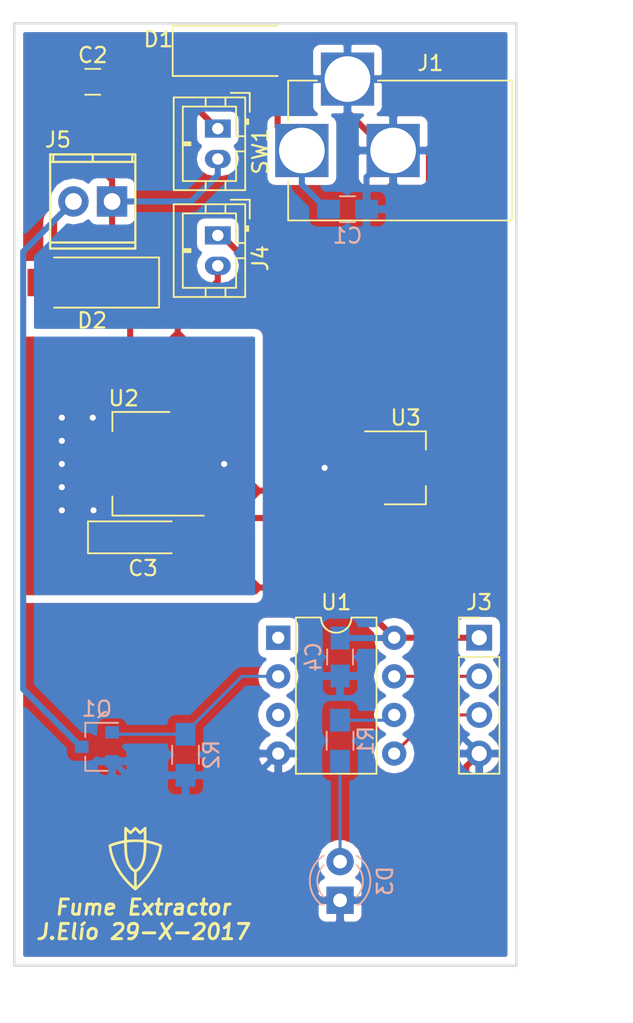
<source format=kicad_pcb>
(kicad_pcb (version 4) (host pcbnew 4.0.7-e2-6376~58~ubuntu16.04.1)

  (general
    (links 37)
    (no_connects 2)
    (area 99.06 49.840999 143.930572 117.762)
    (thickness 1.6)
    (drawings 7)
    (tracks 133)
    (zones 0)
    (modules 19)
    (nets 13)
  )

  (page A4)
  (layers
    (0 F.Cu signal)
    (31 B.Cu signal)
    (32 B.Adhes user)
    (33 F.Adhes user)
    (34 B.Paste user)
    (35 F.Paste user)
    (36 B.SilkS user)
    (37 F.SilkS user)
    (38 B.Mask user)
    (39 F.Mask user)
    (40 Dwgs.User user)
    (41 Cmts.User user)
    (42 Eco1.User user)
    (43 Eco2.User user)
    (44 Edge.Cuts user)
    (45 Margin user)
    (46 B.CrtYd user)
    (47 F.CrtYd user)
    (48 B.Fab user)
    (49 F.Fab user)
  )

  (setup
    (last_trace_width 0.25)
    (trace_clearance 0.2)
    (zone_clearance 0.508)
    (zone_45_only no)
    (trace_min 0.2)
    (segment_width 0.2)
    (edge_width 0.15)
    (via_size 0.6)
    (via_drill 0.4)
    (via_min_size 0.4)
    (via_min_drill 0.3)
    (uvia_size 0.3)
    (uvia_drill 0.1)
    (uvias_allowed no)
    (uvia_min_size 0.2)
    (uvia_min_drill 0.1)
    (pcb_text_width 0.3)
    (pcb_text_size 1.5 1.5)
    (mod_edge_width 0.15)
    (mod_text_size 1 1)
    (mod_text_width 0.15)
    (pad_size 3.5 3.5)
    (pad_drill 3)
    (pad_to_mask_clearance 0.2)
    (aux_axis_origin 99.92 112.06)
    (visible_elements FFFFEF7F)
    (pcbplotparams
      (layerselection 0x010f0_80000001)
      (usegerberextensions false)
      (excludeedgelayer true)
      (linewidth 0.100000)
      (plotframeref false)
      (viasonmask false)
      (mode 1)
      (useauxorigin false)
      (hpglpennumber 1)
      (hpglpenspeed 20)
      (hpglpendiameter 15)
      (hpglpenoverlay 2)
      (psnegative false)
      (psa4output false)
      (plotreference true)
      (plotvalue true)
      (plotinvisibletext false)
      (padsonsilk false)
      (subtractmaskfromsilk false)
      (outputformat 1)
      (mirror false)
      (drillshape 0)
      (scaleselection 1)
      (outputdirectory Gerbers/))
  )

  (net 0 "")
  (net 1 "Net-(C1-Pad1)")
  (net 2 GND)
  (net 3 +12V)
  (net 4 VCC)
  (net 5 "Net-(D1-Pad1)")
  (net 6 "Net-(D2-Pad2)")
  (net 7 /SCL)
  (net 8 /SDA)
  (net 9 /Fan_Out)
  (net 10 /Status_Led)
  (net 11 "Net-(D3-Pad2)")
  (net 12 "Net-(J4-Pad1)")

  (net_class Default "Esta es la clase de red por defecto."
    (clearance 0.2)
    (trace_width 0.25)
    (via_dia 0.6)
    (via_drill 0.4)
    (uvia_dia 0.3)
    (uvia_drill 0.1)
  )

  (net_class Potencia ""
    (clearance 0.2)
    (trace_width 0.4)
    (via_dia 0.6)
    (via_drill 0.4)
    (uvia_dia 0.3)
    (uvia_drill 0.1)
    (add_net +12V)
    (add_net GND)
    (add_net "Net-(C1-Pad1)")
    (add_net "Net-(D1-Pad1)")
    (add_net "Net-(D2-Pad2)")
    (add_net "Net-(J4-Pad1)")
    (add_net VCC)
  )

  (net_class Señal ""
    (clearance 0.2)
    (trace_width 0.2)
    (via_dia 0.5)
    (via_drill 0.3)
    (uvia_dia 0.3)
    (uvia_drill 0.1)
    (add_net /Fan_Out)
    (add_net /SCL)
    (add_net /SDA)
    (add_net /Status_Led)
    (add_net "Net-(D3-Pad2)")
  )

  (module Capacitors_SMD:C_0805_HandSoldering (layer B.Cu) (tedit 58AA84A8) (tstamp 59F3A510)
    (at 121.9 62.23)
    (descr "Capacitor SMD 0805, hand soldering")
    (tags "capacitor 0805")
    (path /59F0DE0D)
    (attr smd)
    (fp_text reference C1 (at 0 1.75) (layer B.SilkS)
      (effects (font (size 1 1) (thickness 0.15)) (justify mirror))
    )
    (fp_text value 100nF (at 0 -1.75) (layer B.Fab)
      (effects (font (size 1 1) (thickness 0.15)) (justify mirror))
    )
    (fp_text user %R (at 0 1.75) (layer B.Fab)
      (effects (font (size 1 1) (thickness 0.15)) (justify mirror))
    )
    (fp_line (start -1 -0.62) (end -1 0.62) (layer B.Fab) (width 0.1))
    (fp_line (start 1 -0.62) (end -1 -0.62) (layer B.Fab) (width 0.1))
    (fp_line (start 1 0.62) (end 1 -0.62) (layer B.Fab) (width 0.1))
    (fp_line (start -1 0.62) (end 1 0.62) (layer B.Fab) (width 0.1))
    (fp_line (start 0.5 0.85) (end -0.5 0.85) (layer B.SilkS) (width 0.12))
    (fp_line (start -0.5 -0.85) (end 0.5 -0.85) (layer B.SilkS) (width 0.12))
    (fp_line (start -2.25 0.88) (end 2.25 0.88) (layer B.CrtYd) (width 0.05))
    (fp_line (start -2.25 0.88) (end -2.25 -0.87) (layer B.CrtYd) (width 0.05))
    (fp_line (start 2.25 -0.87) (end 2.25 0.88) (layer B.CrtYd) (width 0.05))
    (fp_line (start 2.25 -0.87) (end -2.25 -0.87) (layer B.CrtYd) (width 0.05))
    (pad 1 smd rect (at -1.25 0) (size 1.5 1.25) (layers B.Cu B.Paste B.Mask)
      (net 1 "Net-(C1-Pad1)"))
    (pad 2 smd rect (at 1.25 0) (size 1.5 1.25) (layers B.Cu B.Paste B.Mask)
      (net 2 GND))
    (model Capacitors_SMD.3dshapes/C_0805.wrl
      (at (xyz 0 0 0))
      (scale (xyz 1 1 1))
      (rotate (xyz 0 0 0))
    )
  )

  (module Capacitors_SMD:C_0805_HandSoldering (layer F.Cu) (tedit 58AA84A8) (tstamp 59F3A516)
    (at 105.156 53.848)
    (descr "Capacitor SMD 0805, hand soldering")
    (tags "capacitor 0805")
    (path /59F0DE69)
    (attr smd)
    (fp_text reference C2 (at 0 -1.75) (layer F.SilkS)
      (effects (font (size 1 1) (thickness 0.15)))
    )
    (fp_text value 100nF (at 0 1.75) (layer F.Fab)
      (effects (font (size 1 1) (thickness 0.15)))
    )
    (fp_text user %R (at 0 -1.75) (layer F.Fab)
      (effects (font (size 1 1) (thickness 0.15)))
    )
    (fp_line (start -1 0.62) (end -1 -0.62) (layer F.Fab) (width 0.1))
    (fp_line (start 1 0.62) (end -1 0.62) (layer F.Fab) (width 0.1))
    (fp_line (start 1 -0.62) (end 1 0.62) (layer F.Fab) (width 0.1))
    (fp_line (start -1 -0.62) (end 1 -0.62) (layer F.Fab) (width 0.1))
    (fp_line (start 0.5 -0.85) (end -0.5 -0.85) (layer F.SilkS) (width 0.12))
    (fp_line (start -0.5 0.85) (end 0.5 0.85) (layer F.SilkS) (width 0.12))
    (fp_line (start -2.25 -0.88) (end 2.25 -0.88) (layer F.CrtYd) (width 0.05))
    (fp_line (start -2.25 -0.88) (end -2.25 0.87) (layer F.CrtYd) (width 0.05))
    (fp_line (start 2.25 0.87) (end 2.25 -0.88) (layer F.CrtYd) (width 0.05))
    (fp_line (start 2.25 0.87) (end -2.25 0.87) (layer F.CrtYd) (width 0.05))
    (pad 1 smd rect (at -1.25 0) (size 1.5 1.25) (layers F.Cu F.Paste F.Mask)
      (net 3 +12V))
    (pad 2 smd rect (at 1.25 0) (size 1.5 1.25) (layers F.Cu F.Paste F.Mask)
      (net 2 GND))
    (model Capacitors_SMD.3dshapes/C_0805.wrl
      (at (xyz 0 0 0))
      (scale (xyz 1 1 1))
      (rotate (xyz 0 0 0))
    )
  )

  (module Capacitors_Tantalum_SMD:CP_Tantalum_Case-A_EIA-3216-18_Hand (layer F.Cu) (tedit 58CC8C08) (tstamp 59F3A51C)
    (at 108.744 83.82)
    (descr "Tantalum capacitor, Case A, EIA 3216-18, 3.2x1.6x1.6mm, Hand soldering footprint")
    (tags "capacitor tantalum smd")
    (path /59F3879B)
    (attr smd)
    (fp_text reference C3 (at -0.286 2.032) (layer F.SilkS)
      (effects (font (size 1 1) (thickness 0.15)))
    )
    (fp_text value 22uF (at 0 2.55) (layer F.Fab)
      (effects (font (size 1 1) (thickness 0.15)))
    )
    (fp_text user %R (at 0 0) (layer F.Fab)
      (effects (font (size 0.7 0.7) (thickness 0.105)))
    )
    (fp_line (start -4 -1.2) (end -4 1.2) (layer F.CrtYd) (width 0.05))
    (fp_line (start -4 1.2) (end 4 1.2) (layer F.CrtYd) (width 0.05))
    (fp_line (start 4 1.2) (end 4 -1.2) (layer F.CrtYd) (width 0.05))
    (fp_line (start 4 -1.2) (end -4 -1.2) (layer F.CrtYd) (width 0.05))
    (fp_line (start -1.6 -0.8) (end -1.6 0.8) (layer F.Fab) (width 0.1))
    (fp_line (start -1.6 0.8) (end 1.6 0.8) (layer F.Fab) (width 0.1))
    (fp_line (start 1.6 0.8) (end 1.6 -0.8) (layer F.Fab) (width 0.1))
    (fp_line (start 1.6 -0.8) (end -1.6 -0.8) (layer F.Fab) (width 0.1))
    (fp_line (start -1.28 -0.8) (end -1.28 0.8) (layer F.Fab) (width 0.1))
    (fp_line (start -1.12 -0.8) (end -1.12 0.8) (layer F.Fab) (width 0.1))
    (fp_line (start -3.9 -1.05) (end 1.6 -1.05) (layer F.SilkS) (width 0.12))
    (fp_line (start -3.9 1.05) (end 1.6 1.05) (layer F.SilkS) (width 0.12))
    (fp_line (start -3.9 -1.05) (end -3.9 1.05) (layer F.SilkS) (width 0.12))
    (pad 1 smd rect (at -2 0) (size 3.2 1.5) (layers F.Cu F.Paste F.Mask)
      (net 4 VCC))
    (pad 2 smd rect (at 2 0) (size 3.2 1.5) (layers F.Cu F.Paste F.Mask)
      (net 2 GND))
    (model Capacitors_Tantalum_SMD.3dshapes/CP_Tantalum_Case-A_EIA-3216-18.wrl
      (at (xyz 0 0 0))
      (scale (xyz 1 1 1))
      (rotate (xyz 0 0 0))
    )
  )

  (module Diodes_SMD:D_SMA_Handsoldering (layer F.Cu) (tedit 58643398) (tstamp 59F3A522)
    (at 114.808 51.816)
    (descr "Diode SMA (DO-214AC) Handsoldering")
    (tags "Diode SMA (DO-214AC) Handsoldering")
    (path /59F0DEBD)
    (attr smd)
    (fp_text reference D1 (at -5.334 -0.762) (layer F.SilkS)
      (effects (font (size 1 1) (thickness 0.15)))
    )
    (fp_text value D (at 0 2.6) (layer F.Fab)
      (effects (font (size 1 1) (thickness 0.15)))
    )
    (fp_text user %R (at 0 -2.5) (layer F.Fab)
      (effects (font (size 1 1) (thickness 0.15)))
    )
    (fp_line (start -4.4 -1.65) (end -4.4 1.65) (layer F.SilkS) (width 0.12))
    (fp_line (start 2.3 1.5) (end -2.3 1.5) (layer F.Fab) (width 0.1))
    (fp_line (start -2.3 1.5) (end -2.3 -1.5) (layer F.Fab) (width 0.1))
    (fp_line (start 2.3 -1.5) (end 2.3 1.5) (layer F.Fab) (width 0.1))
    (fp_line (start 2.3 -1.5) (end -2.3 -1.5) (layer F.Fab) (width 0.1))
    (fp_line (start -4.5 -1.75) (end 4.5 -1.75) (layer F.CrtYd) (width 0.05))
    (fp_line (start 4.5 -1.75) (end 4.5 1.75) (layer F.CrtYd) (width 0.05))
    (fp_line (start 4.5 1.75) (end -4.5 1.75) (layer F.CrtYd) (width 0.05))
    (fp_line (start -4.5 1.75) (end -4.5 -1.75) (layer F.CrtYd) (width 0.05))
    (fp_line (start -0.64944 0.00102) (end -1.55114 0.00102) (layer F.Fab) (width 0.1))
    (fp_line (start 0.50118 0.00102) (end 1.4994 0.00102) (layer F.Fab) (width 0.1))
    (fp_line (start -0.64944 -0.79908) (end -0.64944 0.80112) (layer F.Fab) (width 0.1))
    (fp_line (start 0.50118 0.75032) (end 0.50118 -0.79908) (layer F.Fab) (width 0.1))
    (fp_line (start -0.64944 0.00102) (end 0.50118 0.75032) (layer F.Fab) (width 0.1))
    (fp_line (start -0.64944 0.00102) (end 0.50118 -0.79908) (layer F.Fab) (width 0.1))
    (fp_line (start -4.4 1.65) (end 2.5 1.65) (layer F.SilkS) (width 0.12))
    (fp_line (start -4.4 -1.65) (end 2.5 -1.65) (layer F.SilkS) (width 0.12))
    (pad 1 smd rect (at -2.5 0) (size 3.5 1.8) (layers F.Cu F.Paste F.Mask)
      (net 5 "Net-(D1-Pad1)"))
    (pad 2 smd rect (at 2.5 0) (size 3.5 1.8) (layers F.Cu F.Paste F.Mask)
      (net 1 "Net-(C1-Pad1)"))
    (model ${KISYS3DMOD}/Diodes_SMD.3dshapes/D_SMA.wrl
      (at (xyz 0 0 0))
      (scale (xyz 1 1 1))
      (rotate (xyz 0 0 0))
    )
  )

  (module Diodes_SMD:D_SMA_Handsoldering (layer F.Cu) (tedit 58643398) (tstamp 59F3A528)
    (at 105.116 67.056 180)
    (descr "Diode SMA (DO-214AC) Handsoldering")
    (tags "Diode SMA (DO-214AC) Handsoldering")
    (path /59F3B7AC)
    (attr smd)
    (fp_text reference D2 (at 0 -2.5 180) (layer F.SilkS)
      (effects (font (size 1 1) (thickness 0.15)))
    )
    (fp_text value D (at 0 2.6 180) (layer F.Fab)
      (effects (font (size 1 1) (thickness 0.15)))
    )
    (fp_text user %R (at 0 -2.5 180) (layer F.Fab)
      (effects (font (size 1 1) (thickness 0.15)))
    )
    (fp_line (start -4.4 -1.65) (end -4.4 1.65) (layer F.SilkS) (width 0.12))
    (fp_line (start 2.3 1.5) (end -2.3 1.5) (layer F.Fab) (width 0.1))
    (fp_line (start -2.3 1.5) (end -2.3 -1.5) (layer F.Fab) (width 0.1))
    (fp_line (start 2.3 -1.5) (end 2.3 1.5) (layer F.Fab) (width 0.1))
    (fp_line (start 2.3 -1.5) (end -2.3 -1.5) (layer F.Fab) (width 0.1))
    (fp_line (start -4.5 -1.75) (end 4.5 -1.75) (layer F.CrtYd) (width 0.05))
    (fp_line (start 4.5 -1.75) (end 4.5 1.75) (layer F.CrtYd) (width 0.05))
    (fp_line (start 4.5 1.75) (end -4.5 1.75) (layer F.CrtYd) (width 0.05))
    (fp_line (start -4.5 1.75) (end -4.5 -1.75) (layer F.CrtYd) (width 0.05))
    (fp_line (start -0.64944 0.00102) (end -1.55114 0.00102) (layer F.Fab) (width 0.1))
    (fp_line (start 0.50118 0.00102) (end 1.4994 0.00102) (layer F.Fab) (width 0.1))
    (fp_line (start -0.64944 -0.79908) (end -0.64944 0.80112) (layer F.Fab) (width 0.1))
    (fp_line (start 0.50118 0.75032) (end 0.50118 -0.79908) (layer F.Fab) (width 0.1))
    (fp_line (start -0.64944 0.00102) (end 0.50118 0.75032) (layer F.Fab) (width 0.1))
    (fp_line (start -0.64944 0.00102) (end 0.50118 -0.79908) (layer F.Fab) (width 0.1))
    (fp_line (start -4.4 1.65) (end 2.5 1.65) (layer F.SilkS) (width 0.12))
    (fp_line (start -4.4 -1.65) (end 2.5 -1.65) (layer F.SilkS) (width 0.12))
    (pad 1 smd rect (at -2.5 0 180) (size 3.5 1.8) (layers F.Cu F.Paste F.Mask)
      (net 3 +12V))
    (pad 2 smd rect (at 2.5 0 180) (size 3.5 1.8) (layers F.Cu F.Paste F.Mask)
      (net 6 "Net-(D2-Pad2)"))
    (model ${KISYS3DMOD}/Diodes_SMD.3dshapes/D_SMA.wrl
      (at (xyz 0 0 0))
      (scale (xyz 1 1 1))
      (rotate (xyz 0 0 0))
    )
  )

  (module Pin_Headers:Pin_Header_Straight_1x04_Pitch2.54mm (layer F.Cu) (tedit 59650532) (tstamp 59F3A53D)
    (at 130.556 90.424)
    (descr "Through hole straight pin header, 1x04, 2.54mm pitch, single row")
    (tags "Through hole pin header THT 1x04 2.54mm single row")
    (path /59F3D080)
    (fp_text reference J3 (at 0 -2.33) (layer F.SilkS)
      (effects (font (size 1 1) (thickness 0.15)))
    )
    (fp_text value MLX90614 (at 0 9.95) (layer F.Fab)
      (effects (font (size 1 1) (thickness 0.15)))
    )
    (fp_line (start -0.635 -1.27) (end 1.27 -1.27) (layer F.Fab) (width 0.1))
    (fp_line (start 1.27 -1.27) (end 1.27 8.89) (layer F.Fab) (width 0.1))
    (fp_line (start 1.27 8.89) (end -1.27 8.89) (layer F.Fab) (width 0.1))
    (fp_line (start -1.27 8.89) (end -1.27 -0.635) (layer F.Fab) (width 0.1))
    (fp_line (start -1.27 -0.635) (end -0.635 -1.27) (layer F.Fab) (width 0.1))
    (fp_line (start -1.33 8.95) (end 1.33 8.95) (layer F.SilkS) (width 0.12))
    (fp_line (start -1.33 1.27) (end -1.33 8.95) (layer F.SilkS) (width 0.12))
    (fp_line (start 1.33 1.27) (end 1.33 8.95) (layer F.SilkS) (width 0.12))
    (fp_line (start -1.33 1.27) (end 1.33 1.27) (layer F.SilkS) (width 0.12))
    (fp_line (start -1.33 0) (end -1.33 -1.33) (layer F.SilkS) (width 0.12))
    (fp_line (start -1.33 -1.33) (end 0 -1.33) (layer F.SilkS) (width 0.12))
    (fp_line (start -1.8 -1.8) (end -1.8 9.4) (layer F.CrtYd) (width 0.05))
    (fp_line (start -1.8 9.4) (end 1.8 9.4) (layer F.CrtYd) (width 0.05))
    (fp_line (start 1.8 9.4) (end 1.8 -1.8) (layer F.CrtYd) (width 0.05))
    (fp_line (start 1.8 -1.8) (end -1.8 -1.8) (layer F.CrtYd) (width 0.05))
    (fp_text user %R (at 0 3.81 90) (layer F.Fab)
      (effects (font (size 1 1) (thickness 0.15)))
    )
    (pad 1 thru_hole rect (at 0 0) (size 1.7 1.7) (drill 1) (layers *.Cu *.Mask)
      (net 4 VCC))
    (pad 2 thru_hole oval (at 0 2.54) (size 1.7 1.7) (drill 1) (layers *.Cu *.Mask)
      (net 7 /SCL))
    (pad 3 thru_hole oval (at 0 5.08) (size 1.7 1.7) (drill 1) (layers *.Cu *.Mask)
      (net 8 /SDA))
    (pad 4 thru_hole oval (at 0 7.62) (size 1.7 1.7) (drill 1) (layers *.Cu *.Mask)
      (net 2 GND))
    (model ${KISYS3DMOD}/Pin_Headers.3dshapes/Pin_Header_Straight_1x04_Pitch2.54mm.wrl
      (at (xyz 0 0 0))
      (scale (xyz 1 1 1))
      (rotate (xyz 0 0 0))
    )
  )

  (module TO_SOT_Packages_SMD:SOT-23 (layer B.Cu) (tedit 58CE4E7E) (tstamp 59F3A550)
    (at 105.426 97.602 180)
    (descr "SOT-23, Standard")
    (tags SOT-23)
    (path /59F3AFC9)
    (attr smd)
    (fp_text reference Q1 (at 0 2.5 180) (layer B.SilkS)
      (effects (font (size 1 1) (thickness 0.15)) (justify mirror))
    )
    (fp_text value AO3400 (at 0 -2.5 180) (layer B.Fab)
      (effects (font (size 1 1) (thickness 0.15)) (justify mirror))
    )
    (fp_text user %R (at 0 0 450) (layer B.Fab)
      (effects (font (size 0.5 0.5) (thickness 0.075)) (justify mirror))
    )
    (fp_line (start -0.7 0.95) (end -0.7 -1.5) (layer B.Fab) (width 0.1))
    (fp_line (start -0.15 1.52) (end 0.7 1.52) (layer B.Fab) (width 0.1))
    (fp_line (start -0.7 0.95) (end -0.15 1.52) (layer B.Fab) (width 0.1))
    (fp_line (start 0.7 1.52) (end 0.7 -1.52) (layer B.Fab) (width 0.1))
    (fp_line (start -0.7 -1.52) (end 0.7 -1.52) (layer B.Fab) (width 0.1))
    (fp_line (start 0.76 -1.58) (end 0.76 -0.65) (layer B.SilkS) (width 0.12))
    (fp_line (start 0.76 1.58) (end 0.76 0.65) (layer B.SilkS) (width 0.12))
    (fp_line (start -1.7 1.75) (end 1.7 1.75) (layer B.CrtYd) (width 0.05))
    (fp_line (start 1.7 1.75) (end 1.7 -1.75) (layer B.CrtYd) (width 0.05))
    (fp_line (start 1.7 -1.75) (end -1.7 -1.75) (layer B.CrtYd) (width 0.05))
    (fp_line (start -1.7 -1.75) (end -1.7 1.75) (layer B.CrtYd) (width 0.05))
    (fp_line (start 0.76 1.58) (end -1.4 1.58) (layer B.SilkS) (width 0.12))
    (fp_line (start 0.76 -1.58) (end -0.7 -1.58) (layer B.SilkS) (width 0.12))
    (pad 1 smd rect (at -1 0.95 180) (size 0.9 0.8) (layers B.Cu B.Paste B.Mask)
      (net 9 /Fan_Out))
    (pad 2 smd rect (at -1 -0.95 180) (size 0.9 0.8) (layers B.Cu B.Paste B.Mask)
      (net 2 GND))
    (pad 3 smd rect (at 1 0 180) (size 0.9 0.8) (layers B.Cu B.Paste B.Mask)
      (net 6 "Net-(D2-Pad2)"))
    (model ${KISYS3DMOD}/TO_SOT_Packages_SMD.3dshapes/SOT-23.wrl
      (at (xyz 0 0 0))
      (scale (xyz 1 1 1))
      (rotate (xyz 0 0 0))
    )
  )

  (module Resistors_SMD:R_0805_HandSoldering (layer B.Cu) (tedit 58E0A804) (tstamp 59F3A556)
    (at 121.412 97.202 90)
    (descr "Resistor SMD 0805, hand soldering")
    (tags "resistor 0805")
    (path /59F3ED10)
    (attr smd)
    (fp_text reference R1 (at 0 1.7 90) (layer B.SilkS)
      (effects (font (size 1 1) (thickness 0.15)) (justify mirror))
    )
    (fp_text value 330 (at 0 -1.75 90) (layer B.Fab)
      (effects (font (size 1 1) (thickness 0.15)) (justify mirror))
    )
    (fp_text user %R (at 0 0 90) (layer B.Fab)
      (effects (font (size 0.5 0.5) (thickness 0.075)) (justify mirror))
    )
    (fp_line (start -1 -0.62) (end -1 0.62) (layer B.Fab) (width 0.1))
    (fp_line (start 1 -0.62) (end -1 -0.62) (layer B.Fab) (width 0.1))
    (fp_line (start 1 0.62) (end 1 -0.62) (layer B.Fab) (width 0.1))
    (fp_line (start -1 0.62) (end 1 0.62) (layer B.Fab) (width 0.1))
    (fp_line (start 0.6 -0.88) (end -0.6 -0.88) (layer B.SilkS) (width 0.12))
    (fp_line (start -0.6 0.88) (end 0.6 0.88) (layer B.SilkS) (width 0.12))
    (fp_line (start -2.35 0.9) (end 2.35 0.9) (layer B.CrtYd) (width 0.05))
    (fp_line (start -2.35 0.9) (end -2.35 -0.9) (layer B.CrtYd) (width 0.05))
    (fp_line (start 2.35 -0.9) (end 2.35 0.9) (layer B.CrtYd) (width 0.05))
    (fp_line (start 2.35 -0.9) (end -2.35 -0.9) (layer B.CrtYd) (width 0.05))
    (pad 1 smd rect (at -1.35 0 90) (size 1.5 1.3) (layers B.Cu B.Paste B.Mask)
      (net 11 "Net-(D3-Pad2)"))
    (pad 2 smd rect (at 1.35 0 90) (size 1.5 1.3) (layers B.Cu B.Paste B.Mask)
      (net 10 /Status_Led))
    (model ${KISYS3DMOD}/Resistors_SMD.3dshapes/R_0805.wrl
      (at (xyz 0 0 0))
      (scale (xyz 1 1 1))
      (rotate (xyz 0 0 0))
    )
  )

  (module Resistors_SMD:R_0805_HandSoldering (layer B.Cu) (tedit 58E0A804) (tstamp 59F3A55C)
    (at 111.252 98.124 90)
    (descr "Resistor SMD 0805, hand soldering")
    (tags "resistor 0805")
    (path /59F3B0BA)
    (attr smd)
    (fp_text reference R2 (at 0 1.7 90) (layer B.SilkS)
      (effects (font (size 1 1) (thickness 0.15)) (justify mirror))
    )
    (fp_text value 10K (at 0 -1.75 90) (layer B.Fab)
      (effects (font (size 1 1) (thickness 0.15)) (justify mirror))
    )
    (fp_text user %R (at 0 0 90) (layer B.Fab)
      (effects (font (size 0.5 0.5) (thickness 0.075)) (justify mirror))
    )
    (fp_line (start -1 -0.62) (end -1 0.62) (layer B.Fab) (width 0.1))
    (fp_line (start 1 -0.62) (end -1 -0.62) (layer B.Fab) (width 0.1))
    (fp_line (start 1 0.62) (end 1 -0.62) (layer B.Fab) (width 0.1))
    (fp_line (start -1 0.62) (end 1 0.62) (layer B.Fab) (width 0.1))
    (fp_line (start 0.6 -0.88) (end -0.6 -0.88) (layer B.SilkS) (width 0.12))
    (fp_line (start -0.6 0.88) (end 0.6 0.88) (layer B.SilkS) (width 0.12))
    (fp_line (start -2.35 0.9) (end 2.35 0.9) (layer B.CrtYd) (width 0.05))
    (fp_line (start -2.35 0.9) (end -2.35 -0.9) (layer B.CrtYd) (width 0.05))
    (fp_line (start 2.35 -0.9) (end 2.35 0.9) (layer B.CrtYd) (width 0.05))
    (fp_line (start 2.35 -0.9) (end -2.35 -0.9) (layer B.CrtYd) (width 0.05))
    (pad 1 smd rect (at -1.35 0 90) (size 1.5 1.3) (layers B.Cu B.Paste B.Mask)
      (net 2 GND))
    (pad 2 smd rect (at 1.35 0 90) (size 1.5 1.3) (layers B.Cu B.Paste B.Mask)
      (net 9 /Fan_Out))
    (model ${KISYS3DMOD}/Resistors_SMD.3dshapes/R_0805.wrl
      (at (xyz 0 0 0))
      (scale (xyz 1 1 1))
      (rotate (xyz 0 0 0))
    )
  )

  (module Connectors_JST:JST_PH_B2B-PH-K_02x2.00mm_Straight (layer F.Cu) (tedit 58D3FE4F) (tstamp 59F3A562)
    (at 113.376 56.928 270)
    (descr "JST PH series connector, B2B-PH-K, top entry type, through hole, Datasheet: http://www.jst-mfg.com/product/pdf/eng/ePH.pdf")
    (tags "connector jst ph")
    (path /59F0DD5A)
    (fp_text reference SW1 (at 1.5 -2.8 270) (layer F.SilkS)
      (effects (font (size 1 1) (thickness 0.15)))
    )
    (fp_text value SW_DIP_x01 (at 1 3.8 270) (layer F.Fab)
      (effects (font (size 1 1) (thickness 0.15)))
    )
    (fp_line (start -2.05 -1.8) (end -2.05 2.9) (layer F.SilkS) (width 0.12))
    (fp_line (start -2.05 2.9) (end 4.05 2.9) (layer F.SilkS) (width 0.12))
    (fp_line (start 4.05 2.9) (end 4.05 -1.8) (layer F.SilkS) (width 0.12))
    (fp_line (start 4.05 -1.8) (end -2.05 -1.8) (layer F.SilkS) (width 0.12))
    (fp_line (start 0.5 -1.8) (end 0.5 -1.2) (layer F.SilkS) (width 0.12))
    (fp_line (start 0.5 -1.2) (end -1.45 -1.2) (layer F.SilkS) (width 0.12))
    (fp_line (start -1.45 -1.2) (end -1.45 2.3) (layer F.SilkS) (width 0.12))
    (fp_line (start -1.45 2.3) (end 3.45 2.3) (layer F.SilkS) (width 0.12))
    (fp_line (start 3.45 2.3) (end 3.45 -1.2) (layer F.SilkS) (width 0.12))
    (fp_line (start 3.45 -1.2) (end 1.5 -1.2) (layer F.SilkS) (width 0.12))
    (fp_line (start 1.5 -1.2) (end 1.5 -1.8) (layer F.SilkS) (width 0.12))
    (fp_line (start -2.05 -0.5) (end -1.45 -0.5) (layer F.SilkS) (width 0.12))
    (fp_line (start -2.05 0.8) (end -1.45 0.8) (layer F.SilkS) (width 0.12))
    (fp_line (start 4.05 -0.5) (end 3.45 -0.5) (layer F.SilkS) (width 0.12))
    (fp_line (start 4.05 0.8) (end 3.45 0.8) (layer F.SilkS) (width 0.12))
    (fp_line (start -0.3 -1.8) (end -0.3 -2) (layer F.SilkS) (width 0.12))
    (fp_line (start -0.3 -2) (end -0.6 -2) (layer F.SilkS) (width 0.12))
    (fp_line (start -0.6 -2) (end -0.6 -1.8) (layer F.SilkS) (width 0.12))
    (fp_line (start -0.3 -1.9) (end -0.6 -1.9) (layer F.SilkS) (width 0.12))
    (fp_line (start 0.9 2.3) (end 0.9 1.8) (layer F.SilkS) (width 0.12))
    (fp_line (start 0.9 1.8) (end 1.1 1.8) (layer F.SilkS) (width 0.12))
    (fp_line (start 1.1 1.8) (end 1.1 2.3) (layer F.SilkS) (width 0.12))
    (fp_line (start 1 2.3) (end 1 1.8) (layer F.SilkS) (width 0.12))
    (fp_line (start -1.1 -2.1) (end -2.35 -2.1) (layer F.SilkS) (width 0.12))
    (fp_line (start -2.35 -2.1) (end -2.35 -0.85) (layer F.SilkS) (width 0.12))
    (fp_line (start -1.1 -2.1) (end -2.35 -2.1) (layer F.Fab) (width 0.1))
    (fp_line (start -2.35 -2.1) (end -2.35 -0.85) (layer F.Fab) (width 0.1))
    (fp_line (start -1.95 -1.7) (end -1.95 2.8) (layer F.Fab) (width 0.1))
    (fp_line (start -1.95 2.8) (end 3.95 2.8) (layer F.Fab) (width 0.1))
    (fp_line (start 3.95 2.8) (end 3.95 -1.7) (layer F.Fab) (width 0.1))
    (fp_line (start 3.95 -1.7) (end -1.95 -1.7) (layer F.Fab) (width 0.1))
    (fp_line (start -2.45 -2.2) (end -2.45 3.3) (layer F.CrtYd) (width 0.05))
    (fp_line (start -2.45 3.3) (end 4.45 3.3) (layer F.CrtYd) (width 0.05))
    (fp_line (start 4.45 3.3) (end 4.45 -2.2) (layer F.CrtYd) (width 0.05))
    (fp_line (start 4.45 -2.2) (end -2.45 -2.2) (layer F.CrtYd) (width 0.05))
    (fp_text user %R (at 1 1.5 270) (layer F.Fab)
      (effects (font (size 1 1) (thickness 0.15)))
    )
    (pad 1 thru_hole rect (at 0 0 270) (size 1.2 1.7) (drill 0.75) (layers *.Cu *.Mask)
      (net 5 "Net-(D1-Pad1)"))
    (pad 2 thru_hole oval (at 2 0 270) (size 1.2 1.7) (drill 0.75) (layers *.Cu *.Mask)
      (net 3 +12V))
    (model ${KISYS3DMOD}/Connectors_JST.3dshapes/JST_PH_B2B-PH-K_02x2.00mm_Straight.wrl
      (at (xyz 0 0 0))
      (scale (xyz 1 1 1))
      (rotate (xyz 0 0 0))
    )
  )

  (module TO_SOT_Packages_SMD:SOT-89-3_Handsoldering (layer F.Cu) (tedit 58CE4E7F) (tstamp 59F3A577)
    (at 125.274 79.248)
    (descr "SOT-89-3 Handsoldering")
    (tags "SOT-89-3 Handsoldering")
    (path /59F381D9)
    (attr smd)
    (fp_text reference U3 (at 0.45 -3.3) (layer F.SilkS)
      (effects (font (size 1 1) (thickness 0.15)))
    )
    (fp_text value MEL7135 (at 0.5 3.15) (layer F.Fab)
      (effects (font (size 1 1) (thickness 0.15)))
    )
    (fp_text user %R (at 0.38 0 90) (layer F.Fab)
      (effects (font (size 0.6 0.6) (thickness 0.09)))
    )
    (fp_line (start -3.5 2.55) (end 4.25 2.55) (layer F.CrtYd) (width 0.05))
    (fp_line (start 4.25 2.55) (end 4.25 -2.55) (layer F.CrtYd) (width 0.05))
    (fp_line (start 4.25 -2.55) (end -3.5 -2.55) (layer F.CrtYd) (width 0.05))
    (fp_line (start -3.5 -2.55) (end -3.5 2.55) (layer F.CrtYd) (width 0.05))
    (fp_line (start 1.78 1.2) (end 1.78 2.4) (layer F.SilkS) (width 0.12))
    (fp_line (start 1.78 2.4) (end -0.92 2.4) (layer F.SilkS) (width 0.12))
    (fp_line (start -2.22 -2.4) (end 1.78 -2.4) (layer F.SilkS) (width 0.12))
    (fp_line (start 1.78 -2.4) (end 1.78 -1.2) (layer F.SilkS) (width 0.12))
    (fp_line (start -0.92 -1.51) (end -0.13 -2.3) (layer F.Fab) (width 0.1))
    (fp_line (start 1.68 -2.3) (end 1.68 2.3) (layer F.Fab) (width 0.1))
    (fp_line (start 1.68 2.3) (end -0.92 2.3) (layer F.Fab) (width 0.1))
    (fp_line (start -0.92 2.3) (end -0.92 -1.51) (layer F.Fab) (width 0.1))
    (fp_line (start -0.13 -2.3) (end 1.68 -2.3) (layer F.Fab) (width 0.1))
    (pad 1 smd rect (at -1.98 -1.5 270) (size 1 2.5) (layers F.Cu F.Paste F.Mask)
      (net 12 "Net-(J4-Pad1)"))
    (pad 2 smd rect (at -1.98 0 270) (size 1 2.5) (layers F.Cu F.Paste F.Mask)
      (net 2 GND))
    (pad 3 smd rect (at -1.98 1.5 270) (size 1 2.5) (layers F.Cu F.Paste F.Mask)
      (net 4 VCC))
    (pad 2 smd rect (at 1.98 0 270) (size 2 4) (layers F.Cu F.Paste F.Mask)
      (net 2 GND))
    (pad 2 smd trapezoid (at -0.37 0 90) (size 1.5 0.75) (rect_delta 0 0.5 ) (layers F.Cu F.Paste F.Mask)
      (net 2 GND))
    (model ${KISYS3DMOD}/TO_SOT_Packages_SMD.3dshapes/SOT-89-3.wrl
      (at (xyz 0 0 0))
      (scale (xyz 1 1 1))
      (rotate (xyz 0 0 0))
    )
  )

  (module TO_SOT_Packages_SMD:SOT-223-3_TabPin2 (layer F.Cu) (tedit 58CE4E7E) (tstamp 59F3A715)
    (at 108.356 78.98 180)
    (descr "module CMS SOT223 4 pins")
    (tags "CMS SOT")
    (path /59F37656)
    (attr smd)
    (fp_text reference U2 (at 1.168 4.304 180) (layer F.SilkS)
      (effects (font (size 1 1) (thickness 0.15)))
    )
    (fp_text value AP1117-50 (at 0 4.5 180) (layer F.Fab)
      (effects (font (size 1 1) (thickness 0.15)))
    )
    (fp_text user %R (at 0 0 270) (layer F.Fab)
      (effects (font (size 0.8 0.8) (thickness 0.12)))
    )
    (fp_line (start 1.91 3.41) (end 1.91 2.15) (layer F.SilkS) (width 0.12))
    (fp_line (start 1.91 -3.41) (end 1.91 -2.15) (layer F.SilkS) (width 0.12))
    (fp_line (start 4.4 -3.6) (end -4.4 -3.6) (layer F.CrtYd) (width 0.05))
    (fp_line (start 4.4 3.6) (end 4.4 -3.6) (layer F.CrtYd) (width 0.05))
    (fp_line (start -4.4 3.6) (end 4.4 3.6) (layer F.CrtYd) (width 0.05))
    (fp_line (start -4.4 -3.6) (end -4.4 3.6) (layer F.CrtYd) (width 0.05))
    (fp_line (start -1.85 -2.35) (end -0.85 -3.35) (layer F.Fab) (width 0.1))
    (fp_line (start -1.85 -2.35) (end -1.85 3.35) (layer F.Fab) (width 0.1))
    (fp_line (start -1.85 3.41) (end 1.91 3.41) (layer F.SilkS) (width 0.12))
    (fp_line (start -0.85 -3.35) (end 1.85 -3.35) (layer F.Fab) (width 0.1))
    (fp_line (start -4.1 -3.41) (end 1.91 -3.41) (layer F.SilkS) (width 0.12))
    (fp_line (start -1.85 3.35) (end 1.85 3.35) (layer F.Fab) (width 0.1))
    (fp_line (start 1.85 -3.35) (end 1.85 3.35) (layer F.Fab) (width 0.1))
    (pad 2 smd rect (at 3.15 0 180) (size 2 3.8) (layers F.Cu F.Paste F.Mask)
      (net 4 VCC))
    (pad 2 smd rect (at -3.15 0 180) (size 2 1.5) (layers F.Cu F.Paste F.Mask)
      (net 4 VCC))
    (pad 3 smd rect (at -3.15 2.3 180) (size 2 1.5) (layers F.Cu F.Paste F.Mask)
      (net 3 +12V))
    (pad 1 smd rect (at -3.15 -2.3 180) (size 2 1.5) (layers F.Cu F.Paste F.Mask)
      (net 2 GND))
    (model ${KISYS3DMOD}/TO_SOT_Packages_SMD.3dshapes/SOT-223.wrl
      (at (xyz 0 0 0))
      (scale (xyz 1 1 1))
      (rotate (xyz 0 0 0))
    )
  )

  (module Connectors_JST:JST_PH_B2B-PH-K_02x2.00mm_Straight (layer F.Cu) (tedit 58D3FE4F) (tstamp 59F3A751)
    (at 113.376 63.956 270)
    (descr "JST PH series connector, B2B-PH-K, top entry type, through hole, Datasheet: http://www.jst-mfg.com/product/pdf/eng/ePH.pdf")
    (tags "connector jst ph")
    (path /59F3798F)
    (fp_text reference J4 (at 1.5 -2.8 270) (layer F.SilkS)
      (effects (font (size 1 1) (thickness 0.15)))
    )
    (fp_text value "16 White Leds" (at 1 3.8 270) (layer F.Fab)
      (effects (font (size 1 1) (thickness 0.15)))
    )
    (fp_line (start -2.05 -1.8) (end -2.05 2.9) (layer F.SilkS) (width 0.12))
    (fp_line (start -2.05 2.9) (end 4.05 2.9) (layer F.SilkS) (width 0.12))
    (fp_line (start 4.05 2.9) (end 4.05 -1.8) (layer F.SilkS) (width 0.12))
    (fp_line (start 4.05 -1.8) (end -2.05 -1.8) (layer F.SilkS) (width 0.12))
    (fp_line (start 0.5 -1.8) (end 0.5 -1.2) (layer F.SilkS) (width 0.12))
    (fp_line (start 0.5 -1.2) (end -1.45 -1.2) (layer F.SilkS) (width 0.12))
    (fp_line (start -1.45 -1.2) (end -1.45 2.3) (layer F.SilkS) (width 0.12))
    (fp_line (start -1.45 2.3) (end 3.45 2.3) (layer F.SilkS) (width 0.12))
    (fp_line (start 3.45 2.3) (end 3.45 -1.2) (layer F.SilkS) (width 0.12))
    (fp_line (start 3.45 -1.2) (end 1.5 -1.2) (layer F.SilkS) (width 0.12))
    (fp_line (start 1.5 -1.2) (end 1.5 -1.8) (layer F.SilkS) (width 0.12))
    (fp_line (start -2.05 -0.5) (end -1.45 -0.5) (layer F.SilkS) (width 0.12))
    (fp_line (start -2.05 0.8) (end -1.45 0.8) (layer F.SilkS) (width 0.12))
    (fp_line (start 4.05 -0.5) (end 3.45 -0.5) (layer F.SilkS) (width 0.12))
    (fp_line (start 4.05 0.8) (end 3.45 0.8) (layer F.SilkS) (width 0.12))
    (fp_line (start -0.3 -1.8) (end -0.3 -2) (layer F.SilkS) (width 0.12))
    (fp_line (start -0.3 -2) (end -0.6 -2) (layer F.SilkS) (width 0.12))
    (fp_line (start -0.6 -2) (end -0.6 -1.8) (layer F.SilkS) (width 0.12))
    (fp_line (start -0.3 -1.9) (end -0.6 -1.9) (layer F.SilkS) (width 0.12))
    (fp_line (start 0.9 2.3) (end 0.9 1.8) (layer F.SilkS) (width 0.12))
    (fp_line (start 0.9 1.8) (end 1.1 1.8) (layer F.SilkS) (width 0.12))
    (fp_line (start 1.1 1.8) (end 1.1 2.3) (layer F.SilkS) (width 0.12))
    (fp_line (start 1 2.3) (end 1 1.8) (layer F.SilkS) (width 0.12))
    (fp_line (start -1.1 -2.1) (end -2.35 -2.1) (layer F.SilkS) (width 0.12))
    (fp_line (start -2.35 -2.1) (end -2.35 -0.85) (layer F.SilkS) (width 0.12))
    (fp_line (start -1.1 -2.1) (end -2.35 -2.1) (layer F.Fab) (width 0.1))
    (fp_line (start -2.35 -2.1) (end -2.35 -0.85) (layer F.Fab) (width 0.1))
    (fp_line (start -1.95 -1.7) (end -1.95 2.8) (layer F.Fab) (width 0.1))
    (fp_line (start -1.95 2.8) (end 3.95 2.8) (layer F.Fab) (width 0.1))
    (fp_line (start 3.95 2.8) (end 3.95 -1.7) (layer F.Fab) (width 0.1))
    (fp_line (start 3.95 -1.7) (end -1.95 -1.7) (layer F.Fab) (width 0.1))
    (fp_line (start -2.45 -2.2) (end -2.45 3.3) (layer F.CrtYd) (width 0.05))
    (fp_line (start -2.45 3.3) (end 4.45 3.3) (layer F.CrtYd) (width 0.05))
    (fp_line (start 4.45 3.3) (end 4.45 -2.2) (layer F.CrtYd) (width 0.05))
    (fp_line (start 4.45 -2.2) (end -2.45 -2.2) (layer F.CrtYd) (width 0.05))
    (fp_text user %R (at 1 1.5 270) (layer F.Fab)
      (effects (font (size 1 1) (thickness 0.15)))
    )
    (pad 1 thru_hole rect (at 0 0 270) (size 1.2 1.7) (drill 0.75) (layers *.Cu *.Mask)
      (net 12 "Net-(J4-Pad1)"))
    (pad 2 thru_hole oval (at 2 0 270) (size 1.2 1.7) (drill 0.75) (layers *.Cu *.Mask)
      (net 4 VCC))
    (model ${KISYS3DMOD}/Connectors_JST.3dshapes/JST_PH_B2B-PH-K_02x2.00mm_Straight.wrl
      (at (xyz 0 0 0))
      (scale (xyz 1 1 1))
      (rotate (xyz 0 0 0))
    )
  )

  (module Housings_DIP:DIP-8_W7.62mm (layer F.Cu) (tedit 59C78D6B) (tstamp 59F45301)
    (at 117.348 90.424)
    (descr "8-lead though-hole mounted DIP package, row spacing 7.62 mm (300 mils)")
    (tags "THT DIP DIL PDIP 2.54mm 7.62mm 300mil")
    (path /59F451C7)
    (fp_text reference U1 (at 3.81 -2.33) (layer F.SilkS)
      (effects (font (size 1 1) (thickness 0.15)))
    )
    (fp_text value ATTINY85-20PU (at 3.81 9.95) (layer F.Fab)
      (effects (font (size 1 1) (thickness 0.15)))
    )
    (fp_arc (start 3.81 -1.33) (end 2.81 -1.33) (angle -180) (layer F.SilkS) (width 0.12))
    (fp_line (start 1.635 -1.27) (end 6.985 -1.27) (layer F.Fab) (width 0.1))
    (fp_line (start 6.985 -1.27) (end 6.985 8.89) (layer F.Fab) (width 0.1))
    (fp_line (start 6.985 8.89) (end 0.635 8.89) (layer F.Fab) (width 0.1))
    (fp_line (start 0.635 8.89) (end 0.635 -0.27) (layer F.Fab) (width 0.1))
    (fp_line (start 0.635 -0.27) (end 1.635 -1.27) (layer F.Fab) (width 0.1))
    (fp_line (start 2.81 -1.33) (end 1.16 -1.33) (layer F.SilkS) (width 0.12))
    (fp_line (start 1.16 -1.33) (end 1.16 8.95) (layer F.SilkS) (width 0.12))
    (fp_line (start 1.16 8.95) (end 6.46 8.95) (layer F.SilkS) (width 0.12))
    (fp_line (start 6.46 8.95) (end 6.46 -1.33) (layer F.SilkS) (width 0.12))
    (fp_line (start 6.46 -1.33) (end 4.81 -1.33) (layer F.SilkS) (width 0.12))
    (fp_line (start -1.1 -1.55) (end -1.1 9.15) (layer F.CrtYd) (width 0.05))
    (fp_line (start -1.1 9.15) (end 8.7 9.15) (layer F.CrtYd) (width 0.05))
    (fp_line (start 8.7 9.15) (end 8.7 -1.55) (layer F.CrtYd) (width 0.05))
    (fp_line (start 8.7 -1.55) (end -1.1 -1.55) (layer F.CrtYd) (width 0.05))
    (fp_text user %R (at 3.81 3.81) (layer F.Fab)
      (effects (font (size 1 1) (thickness 0.15)))
    )
    (pad 1 thru_hole rect (at 0 0) (size 1.6 1.6) (drill 0.8) (layers *.Cu *.Mask))
    (pad 5 thru_hole oval (at 7.62 7.62) (size 1.6 1.6) (drill 0.8) (layers *.Cu *.Mask)
      (net 8 /SDA))
    (pad 2 thru_hole oval (at 0 2.54) (size 1.6 1.6) (drill 0.8) (layers *.Cu *.Mask)
      (net 9 /Fan_Out))
    (pad 6 thru_hole oval (at 7.62 5.08) (size 1.6 1.6) (drill 0.8) (layers *.Cu *.Mask)
      (net 10 /Status_Led))
    (pad 3 thru_hole oval (at 0 5.08) (size 1.6 1.6) (drill 0.8) (layers *.Cu *.Mask))
    (pad 7 thru_hole oval (at 7.62 2.54) (size 1.6 1.6) (drill 0.8) (layers *.Cu *.Mask)
      (net 7 /SCL))
    (pad 4 thru_hole oval (at 0 7.62) (size 1.6 1.6) (drill 0.8) (layers *.Cu *.Mask)
      (net 2 GND))
    (pad 8 thru_hole oval (at 7.62 0) (size 1.6 1.6) (drill 0.8) (layers *.Cu *.Mask)
      (net 4 VCC))
    (model ${KISYS3DMOD}/Housings_DIP.3dshapes/DIP-8_W7.62mm.wrl
      (at (xyz 0 0 0))
      (scale (xyz 1 1 1))
      (rotate (xyz 0 0 0))
    )
  )

  (module MisModulos:TerminalBlock_2.54mm_2pol (layer F.Cu) (tedit 59F45615) (tstamp 59F45682)
    (at 106.426 61.722 180)
    (descr "2-way 2.54mm pitch terminal block")
    (path /59F3AC52)
    (fp_text reference J5 (at 3.556 4.064 180) (layer F.SilkS)
      (effects (font (size 1 1) (thickness 0.15)))
    )
    (fp_text value Fans (at 1.27 4.50088 180) (layer F.Fab)
      (effects (font (size 1 1) (thickness 0.15)))
    )
    (fp_line (start -1.7 -3.3) (end 4.3 -3.3) (layer F.CrtYd) (width 0.05))
    (fp_line (start -1.7 3.3) (end -1.7 -3.3) (layer F.CrtYd) (width 0.05))
    (fp_line (start 4.3 3.3) (end -1.7 3.3) (layer F.CrtYd) (width 0.05))
    (fp_line (start 4.3 -3.3) (end 4.3 3.3) (layer F.CrtYd) (width 0.05))
    (fp_line (start 4.06908 2.60096) (end -1.52908 2.60096) (layer F.SilkS) (width 0.15))
    (fp_line (start -1.33096 3.0988) (end -1.33096 2.60096) (layer F.SilkS) (width 0.15))
    (fp_line (start 3.87096 2.60096) (end 3.87096 3.0988) (layer F.SilkS) (width 0.15))
    (fp_line (start 1.27 3.0988) (end 1.27 2.60096) (layer F.SilkS) (width 0.15))
    (fp_line (start -1.52908 -2.70002) (end 4.06908 -2.70002) (layer F.SilkS) (width 0.15))
    (fp_line (start -1.52908 3.0988) (end 4.06908 3.0988) (layer F.SilkS) (width 0.15))
    (fp_line (start 4.06908 3.0988) (end 4.06908 -3.0988) (layer F.SilkS) (width 0.15))
    (fp_line (start 4.06908 -3.0988) (end -1.52908 -3.0988) (layer F.SilkS) (width 0.15))
    (fp_line (start -1.52908 -3.0988) (end -1.52908 3.0988) (layer F.SilkS) (width 0.15))
    (pad 2 thru_hole oval (at 2.54 0 180) (size 1.99898 1.99898) (drill 1.09728) (layers *.Cu *.Mask)
      (net 6 "Net-(D2-Pad2)"))
    (pad 1 thru_hole rect (at 0 0 180) (size 1.99898 1.99898) (drill 1.09728) (layers *.Cu *.Mask)
      (net 3 +12V))
    (model Terminal_Blocks.3dshapes/TerminalBlock_Pheonix_MPT-2.54mm_2pol.wrl
      (at (xyz 0.05 0 0))
      (scale (xyz 1 1 1))
      (rotate (xyz 0 0 0))
    )
  )

  (module LEDs:LED_D3.0mm (layer B.Cu) (tedit 587A3A7B) (tstamp 59F469FB)
    (at 121.412 107.696 90)
    (descr "LED, diameter 3.0mm, 2 pins")
    (tags "LED diameter 3.0mm 2 pins")
    (path /59F48954)
    (fp_text reference D3 (at 1.27 2.96 90) (layer B.SilkS)
      (effects (font (size 1 1) (thickness 0.15)) (justify mirror))
    )
    (fp_text value Green (at 1.27 -2.96 90) (layer B.Fab)
      (effects (font (size 1 1) (thickness 0.15)) (justify mirror))
    )
    (fp_arc (start 1.27 0) (end -0.23 1.16619) (angle -284.3) (layer B.Fab) (width 0.1))
    (fp_arc (start 1.27 0) (end -0.29 1.235516) (angle -108.8) (layer B.SilkS) (width 0.12))
    (fp_arc (start 1.27 0) (end -0.29 -1.235516) (angle 108.8) (layer B.SilkS) (width 0.12))
    (fp_arc (start 1.27 0) (end 0.229039 1.08) (angle -87.9) (layer B.SilkS) (width 0.12))
    (fp_arc (start 1.27 0) (end 0.229039 -1.08) (angle 87.9) (layer B.SilkS) (width 0.12))
    (fp_circle (center 1.27 0) (end 2.77 0) (layer B.Fab) (width 0.1))
    (fp_line (start -0.23 1.16619) (end -0.23 -1.16619) (layer B.Fab) (width 0.1))
    (fp_line (start -0.29 1.236) (end -0.29 1.08) (layer B.SilkS) (width 0.12))
    (fp_line (start -0.29 -1.08) (end -0.29 -1.236) (layer B.SilkS) (width 0.12))
    (fp_line (start -1.15 2.25) (end -1.15 -2.25) (layer B.CrtYd) (width 0.05))
    (fp_line (start -1.15 -2.25) (end 3.7 -2.25) (layer B.CrtYd) (width 0.05))
    (fp_line (start 3.7 -2.25) (end 3.7 2.25) (layer B.CrtYd) (width 0.05))
    (fp_line (start 3.7 2.25) (end -1.15 2.25) (layer B.CrtYd) (width 0.05))
    (pad 1 thru_hole rect (at 0 0 90) (size 1.8 1.8) (drill 0.9) (layers *.Cu *.Mask)
      (net 2 GND))
    (pad 2 thru_hole circle (at 2.54 0 90) (size 1.8 1.8) (drill 0.9) (layers *.Cu *.Mask)
      (net 11 "Net-(D3-Pad2)"))
    (model ${KISYS3DMOD}/LEDs.3dshapes/LED_D3.0mm.wrl
      (at (xyz 0 0 0))
      (scale (xyz 0.393701 0.393701 0.393701))
      (rotate (xyz 0 0 0))
    )
  )

  (module Connect:BARREL_JACK (layer F.Cu) (tedit 59F4B0DA) (tstamp 59F469FC)
    (at 118.9 58.37 180)
    (descr "DC Barrel Jack")
    (tags "Power Jack")
    (path /59F46AC0)
    (fp_text reference J1 (at -8.45 5.75 360) (layer F.SilkS)
      (effects (font (size 1 1) (thickness 0.15)))
    )
    (fp_text value Jack-DC (at -6.2 -5.5 180) (layer F.Fab)
      (effects (font (size 1 1) (thickness 0.15)))
    )
    (fp_line (start 1 -4.5) (end 1 -4.75) (layer F.CrtYd) (width 0.05))
    (fp_line (start 1 -4.75) (end -14 -4.75) (layer F.CrtYd) (width 0.05))
    (fp_line (start 1 -4.5) (end 1 -2) (layer F.CrtYd) (width 0.05))
    (fp_line (start 1 -2) (end 2 -2) (layer F.CrtYd) (width 0.05))
    (fp_line (start 2 -2) (end 2 2) (layer F.CrtYd) (width 0.05))
    (fp_line (start 2 2) (end 1 2) (layer F.CrtYd) (width 0.05))
    (fp_line (start 1 2) (end 1 4.75) (layer F.CrtYd) (width 0.05))
    (fp_line (start 1 4.75) (end -1 4.75) (layer F.CrtYd) (width 0.05))
    (fp_line (start -1 4.75) (end -1 6.75) (layer F.CrtYd) (width 0.05))
    (fp_line (start -1 6.75) (end -5 6.75) (layer F.CrtYd) (width 0.05))
    (fp_line (start -5 6.75) (end -5 4.75) (layer F.CrtYd) (width 0.05))
    (fp_line (start -5 4.75) (end -14 4.75) (layer F.CrtYd) (width 0.05))
    (fp_line (start -14 4.75) (end -14 -4.75) (layer F.CrtYd) (width 0.05))
    (fp_line (start -5 4.6) (end -13.8 4.6) (layer F.SilkS) (width 0.12))
    (fp_line (start -13.8 4.6) (end -13.8 -4.6) (layer F.SilkS) (width 0.12))
    (fp_line (start 0.9 1.9) (end 0.9 4.6) (layer F.SilkS) (width 0.12))
    (fp_line (start 0.9 4.6) (end -1 4.6) (layer F.SilkS) (width 0.12))
    (fp_line (start -13.8 -4.6) (end 0.9 -4.6) (layer F.SilkS) (width 0.12))
    (fp_line (start 0.9 -4.6) (end 0.9 -2) (layer F.SilkS) (width 0.12))
    (fp_line (start -10.2 -4.5) (end -10.2 4.5) (layer F.Fab) (width 0.1))
    (fp_line (start -13.7 -4.5) (end -13.7 4.5) (layer F.Fab) (width 0.1))
    (fp_line (start -13.7 4.5) (end 0.8 4.5) (layer F.Fab) (width 0.1))
    (fp_line (start 0.8 4.5) (end 0.8 -4.5) (layer F.Fab) (width 0.1))
    (fp_line (start 0.8 -4.5) (end -13.7 -4.5) (layer F.Fab) (width 0.1))
    (pad 1 thru_hole rect (at 0 0 180) (size 3.5 3.5) (drill 3) (layers *.Cu *.Mask)
      (net 1 "Net-(C1-Pad1)"))
    (pad 2 thru_hole rect (at -6 0 180) (size 3.5 3.5) (drill 3) (layers *.Cu *.Mask)
      (net 2 GND))
    (pad 3 thru_hole rect (at -3 4.7 180) (size 3.5 3.5) (drill 3) (layers *.Cu *.Mask)
      (net 2 GND))
  )

  (module MisModulos:Logo_peque (layer F.Cu) (tedit 0) (tstamp 59F65206)
    (at 107.95 104.902)
    (fp_text reference G*** (at 0 0) (layer F.SilkS) hide
      (effects (font (thickness 0.3)))
    )
    (fp_text value LOGO (at 0.75 0) (layer F.SilkS) hide
      (effects (font (thickness 0.3)))
    )
    (fp_poly (pts (xy 0.024394 -2.028316) (xy 0.047347 -2.015693) (xy 0.078215 -1.991773) (xy 0.120002 -1.9542)
      (xy 0.175716 -1.900618) (xy 0.182925 -1.893547) (xy 0.32385 -1.755093) (xy 0.46891 -1.893547)
      (xy 0.529907 -1.950761) (xy 0.576572 -1.991282) (xy 0.61218 -2.016724) (xy 0.640002 -2.028704)
      (xy 0.663313 -2.028836) (xy 0.685385 -2.018737) (xy 0.700268 -2.007736) (xy 0.73025 -1.983471)
      (xy 0.733924 -1.569702) (xy 0.737598 -1.155934) (xy 0.765674 -1.149967) (xy 0.793257 -1.144433)
      (xy 0.83529 -1.136348) (xy 0.86995 -1.129836) (xy 0.943803 -1.114457) (xy 1.034114 -1.093123)
      (xy 1.133227 -1.067868) (xy 1.233485 -1.040723) (xy 1.327236 -1.01372) (xy 1.406823 -0.988891)
      (xy 1.42875 -0.981495) (xy 1.532 -0.94481) (xy 1.612766 -0.913833) (xy 1.673077 -0.88762)
      (xy 1.714962 -0.865231) (xy 1.740451 -0.845725) (xy 1.749986 -0.832515) (xy 1.756013 -0.79916)
      (xy 1.754652 -0.745027) (xy 1.746631 -0.673405) (xy 1.732677 -0.587582) (xy 1.71352 -0.490848)
      (xy 1.689887 -0.386494) (xy 1.662507 -0.277807) (xy 1.632108 -0.168078) (xy 1.599417 -0.060596)
      (xy 1.565163 0.041349) (xy 1.543532 0.100144) (xy 1.421192 0.38693) (xy 1.275056 0.670748)
      (xy 1.106721 0.949317) (xy 0.917781 1.22036) (xy 0.709832 1.481595) (xy 0.484468 1.730744)
      (xy 0.243286 1.965528) (xy 0.2286 1.978879) (xy 0.158745 2.04104) (xy 0.104088 2.086921)
      (xy 0.062049 2.118388) (xy 0.030049 2.137305) (xy 0.005509 2.145534) (xy -0.003004 2.146252)
      (xy -0.022227 2.138463) (xy -0.054618 2.11763) (xy -0.094393 2.087623) (xy -0.110954 2.074019)
      (xy -0.265173 1.938926) (xy -0.41497 1.797518) (xy -0.552128 1.657624) (xy -0.581835 1.6256)
      (xy -0.807358 1.364111) (xy -1.010046 1.096768) (xy -1.189504 0.824298) (xy -1.34534 0.547427)
      (xy -1.477158 0.266883) (xy -1.584565 -0.016609) (xy -1.667167 -0.302321) (xy -1.695627 -0.428911)
      (xy -1.71312 -0.519746) (xy -1.727649 -0.606209) (xy -1.7387 -0.684224) (xy -1.745125 -0.743843)
      (xy -1.576433 -0.743843) (xy -1.568243 -0.679897) (xy -1.526813 -0.441376) (xy -1.463115 -0.195826)
      (xy -1.378139 0.053577) (xy -1.272876 0.303657) (xy -1.239281 0.37465) (xy -1.134636 0.578578)
      (xy -1.023614 0.77066) (xy -0.902792 0.955937) (xy -0.768744 1.139451) (xy -0.618046 1.326242)
      (xy -0.500976 1.461465) (xy -0.456438 1.510296) (xy -0.404619 1.564955) (xy -0.348503 1.622527)
      (xy -0.291072 1.6801) (xy -0.235309 1.73476) (xy -0.184198 1.783595) (xy -0.140721 1.82369)
      (xy -0.107861 1.852133) (xy -0.088601 1.86601) (xy -0.085836 1.8669) (xy -0.083653 1.854666)
      (xy -0.081644 1.819828) (xy -0.079865 1.765184) (xy -0.078374 1.693528) (xy -0.077228 1.607657)
      (xy -0.076485 1.510367) (xy -0.076202 1.404454) (xy -0.0762 1.397326) (xy -0.0762 0.929524)
      (xy 0.0889 0.929524) (xy 0.0889 1.398212) (xy 0.089116 1.504485) (xy 0.089733 1.602315)
      (xy 0.090701 1.688903) (xy 0.091969 1.761449) (xy 0.09349 1.817157) (xy 0.095212 1.853225)
      (xy 0.097086 1.866856) (xy 0.0972 1.8669) (xy 0.108613 1.858439) (xy 0.134794 1.835062)
      (xy 0.172513 1.799772) (xy 0.21854 1.755573) (xy 0.250838 1.724025) (xy 0.49079 1.473105)
      (xy 0.709066 1.213684) (xy 0.905177 0.94663) (xy 1.078634 0.67281) (xy 1.228947 0.393093)
      (xy 1.355627 0.108346) (xy 1.458185 -0.180562) (xy 1.536132 -0.472763) (xy 1.562708 -0.60325)
      (xy 1.57303 -0.661108) (xy 1.578448 -0.699161) (xy 1.579051 -0.722507) (xy 1.574925 -0.736247)
      (xy 1.566157 -0.745479) (xy 1.565161 -0.746249) (xy 1.539303 -0.75989) (xy 1.492725 -0.778389)
      (xy 1.429381 -0.800588) (xy 1.353229 -0.825325) (xy 1.268225 -0.851443) (xy 1.178323 -0.877781)
      (xy 1.087481 -0.903181) (xy 0.999654 -0.926482) (xy 0.918798 -0.946526) (xy 0.84887 -0.962152)
      (xy 0.794606 -0.972086) (xy 0.7366 -0.980785) (xy 0.736411 -0.811068) (xy 0.729666 -0.546489)
      (xy 0.710124 -0.300676) (xy 0.677917 -0.074225) (xy 0.633175 0.132269) (xy 0.57603 0.318208)
      (xy 0.506613 0.482997) (xy 0.425054 0.626038) (xy 0.418808 0.635348) (xy 0.365823 0.704559)
      (xy 0.302857 0.772896) (xy 0.236567 0.833868) (xy 0.173611 0.880983) (xy 0.15583 0.891751)
      (xy 0.0889 0.929524) (xy -0.0762 0.929524) (xy -0.0762 0.927752) (xy -0.117475 0.906878)
      (xy -0.215957 0.843685) (xy -0.308885 0.757301) (xy -0.394889 0.649587) (xy -0.472597 0.522407)
      (xy -0.540639 0.377622) (xy -0.575732 0.284583) (xy -0.617099 0.152389) (xy -0.650666 0.016107)
      (xy -0.677045 -0.128342) (xy -0.696848 -0.285034) (xy -0.710686 -0.458044) (xy -0.71917 -0.651451)
      (xy -0.719864 -0.676489) (xy -0.727761 -0.978327) (xy -0.773456 -0.970481) (xy -0.981164 -0.927938)
      (xy -1.197977 -0.870676) (xy -1.414358 -0.801231) (xy -1.426392 -0.796989) (xy -1.576433 -0.743843)
      (xy -1.745125 -0.743843) (xy -1.745758 -0.749711) (xy -1.74831 -0.798592) (xy -1.745842 -0.826788)
      (xy -1.745809 -0.826891) (xy -1.730573 -0.846287) (xy -1.700048 -0.869216) (xy -1.677073 -0.88231)
      (xy -1.613389 -0.910856) (xy -1.529602 -0.942799) (xy -1.430543 -0.97668) (xy -1.356778 -0.999829)
      (xy -0.54896 -0.999829) (xy -0.542695 -0.65549) (xy -0.540128 -0.537551) (xy -0.536958 -0.440594)
      (xy -0.532893 -0.360198) (xy -0.527639 -0.291948) (xy -0.520904 -0.231424) (xy -0.512395 -0.17421)
      (xy -0.509754 -0.15875) (xy -0.470844 0.031619) (xy -0.424419 0.199443) (xy -0.369718 0.346664)
      (xy -0.305975 0.475224) (xy -0.232429 0.587064) (xy -0.201082 0.626381) (xy -0.166505 0.662229)
      (xy -0.123676 0.699196) (xy -0.078616 0.732894) (xy -0.037345 0.758937) (xy -0.005883 0.772936)
      (xy 0.001727 0.774179) (xy 0.022035 0.767706) (xy 0.055979 0.750179) (xy 0.096501 0.725275)
      (xy 0.099737 0.723126) (xy 0.189588 0.648499) (xy 0.270595 0.551208) (xy 0.342363 0.432543)
      (xy 0.404498 0.293794) (xy 0.456604 0.136251) (xy 0.498286 -0.038797) (xy 0.529149 -0.230059)
      (xy 0.548799 -0.436247) (xy 0.55684 -0.65607) (xy 0.556424 -0.76835) (xy 0.55245 -1.00965)
      (xy 0.4826 -1.018394) (xy 0.406724 -1.025782) (xy 0.315024 -1.031311) (xy 0.211715 -1.035029)
      (xy 0.101011 -1.036981) (xy -0.012874 -1.037216) (xy -0.125724 -1.035778) (xy -0.233324 -1.032715)
      (xy -0.33146 -1.028072) (xy -0.415918 -1.021898) (xy -0.482481 -1.014237) (xy -0.518955 -1.007339)
      (xy -0.54896 -0.999829) (xy -1.356778 -0.999829) (xy -1.321041 -1.011044) (xy -1.205925 -1.044431)
      (xy -1.090025 -1.075386) (xy -0.97817 -1.10245) (xy -0.8763 -1.123954) (xy -0.824375 -1.134155)
      (xy -0.780229 -1.143255) (xy -0.751213 -1.149722) (xy -0.746125 -1.151043) (xy -0.739948 -1.154358)
      (xy -0.735029 -1.162119) (xy -0.731226 -1.176946) (xy -0.728397 -1.201457) (xy -0.7264 -1.238269)
      (xy -0.725094 -1.29) (xy -0.724337 -1.359269) (xy -0.723986 -1.448695) (xy -0.723901 -1.560894)
      (xy -0.7239 -1.561244) (xy -0.72384 -1.67334) (xy -0.723607 -1.744305) (xy -0.5461 -1.744305)
      (xy -0.5461 -1.179775) (xy -0.434975 -1.189963) (xy -0.391557 -1.192745) (xy -0.327586 -1.195237)
      (xy -0.247909 -1.197331) (xy -0.157372 -1.198918) (xy -0.060821 -1.19989) (xy 0.01905 -1.20015)
      (xy 0.116006 -1.199797) (xy 0.210073 -1.1988) (xy 0.296599 -1.197261) (xy 0.370938 -1.195276)
      (xy 0.428439 -1.192945) (xy 0.460375 -1.190787) (xy 0.5588 -1.181424) (xy 0.5588 -1.744305)
      (xy 0.458658 -1.646853) (xy 0.411747 -1.60187) (xy 0.374692 -1.570906) (xy 0.343295 -1.554518)
      (xy 0.313363 -1.553262) (xy 0.280699 -1.567695) (xy 0.241108 -1.598374) (xy 0.190394 -1.645854)
      (xy 0.147274 -1.688161) (xy 0.00635 -1.826921) (xy -0.136368 -1.688161) (xy -0.196024 -1.63127)
      (xy -0.24116 -1.591042) (xy -0.274409 -1.565403) (xy -0.2984 -1.552281) (xy -0.312451 -1.5494)
      (xy -0.335082 -1.555417) (xy -0.365661 -1.574943) (xy -0.407224 -1.610195) (xy -0.445959 -1.646853)
      (xy -0.5461 -1.744305) (xy -0.723607 -1.744305) (xy -0.723545 -1.76286) (xy -0.722846 -1.832628)
      (xy -0.721573 -1.885466) (xy -0.719556 -1.924197) (xy -0.716624 -1.951647) (xy -0.712609 -1.970637)
      (xy -0.707339 -1.983992) (xy -0.700646 -1.994535) (xy -0.697579 -1.998538) (xy -0.677377 -2.020074)
      (xy -0.656572 -2.030719) (xy -0.632221 -2.029167) (xy -0.601381 -2.014108) (xy -0.561109 -1.984237)
      (xy -0.508463 -1.938245) (xy -0.459472 -1.892749) (xy -0.31158 -1.753497) (xy -0.17044 -1.892749)
      (xy -0.113058 -1.948441) (xy -0.069913 -1.987843) (xy -0.038005 -2.013318) (xy -0.014333 -2.027229)
      (xy 0.004103 -2.03194) (xy 0.006349 -2.032) (xy 0.024394 -2.028316)) (layer F.SilkS) (width 0.01))
  )

  (module Capacitors_SMD:C_0805_HandSoldering (layer B.Cu) (tedit 58AA84A8) (tstamp 59F7837A)
    (at 121.412 91.694 270)
    (descr "Capacitor SMD 0805, hand soldering")
    (tags "capacitor 0805")
    (path /59F7821F)
    (attr smd)
    (fp_text reference C4 (at 0 1.75 270) (layer B.SilkS)
      (effects (font (size 1 1) (thickness 0.15)) (justify mirror))
    )
    (fp_text value 100nF (at 0 -1.75 270) (layer B.Fab)
      (effects (font (size 1 1) (thickness 0.15)) (justify mirror))
    )
    (fp_text user %R (at 0 1.75 270) (layer B.Fab)
      (effects (font (size 1 1) (thickness 0.15)) (justify mirror))
    )
    (fp_line (start -1 -0.62) (end -1 0.62) (layer B.Fab) (width 0.1))
    (fp_line (start 1 -0.62) (end -1 -0.62) (layer B.Fab) (width 0.1))
    (fp_line (start 1 0.62) (end 1 -0.62) (layer B.Fab) (width 0.1))
    (fp_line (start -1 0.62) (end 1 0.62) (layer B.Fab) (width 0.1))
    (fp_line (start 0.5 0.85) (end -0.5 0.85) (layer B.SilkS) (width 0.12))
    (fp_line (start -0.5 -0.85) (end 0.5 -0.85) (layer B.SilkS) (width 0.12))
    (fp_line (start -2.25 0.88) (end 2.25 0.88) (layer B.CrtYd) (width 0.05))
    (fp_line (start -2.25 0.88) (end -2.25 -0.87) (layer B.CrtYd) (width 0.05))
    (fp_line (start 2.25 -0.87) (end 2.25 0.88) (layer B.CrtYd) (width 0.05))
    (fp_line (start 2.25 -0.87) (end -2.25 -0.87) (layer B.CrtYd) (width 0.05))
    (pad 1 smd rect (at -1.25 0 270) (size 1.5 1.25) (layers B.Cu B.Paste B.Mask)
      (net 4 VCC))
    (pad 2 smd rect (at 1.25 0 270) (size 1.5 1.25) (layers B.Cu B.Paste B.Mask)
      (net 2 GND))
    (model Capacitors_SMD.3dshapes/C_0805.wrl
      (at (xyz 0 0 0))
      (scale (xyz 1 1 1))
      (rotate (xyz 0 0 0))
    )
  )

  (dimension 61.976 (width 0.3) (layer Dwgs.User)
    (gr_text 61,976mm (at 138.002 81.026 270) (layer Dwgs.User)
      (effects (font (size 1.5 1.5) (thickness 0.3)))
    )
    (feature1 (pts (xy 132.842 112.014) (xy 139.352 112.014)))
    (feature2 (pts (xy 132.842 50.038) (xy 139.352 50.038)))
    (crossbar (pts (xy 136.652 50.038) (xy 136.652 112.014)))
    (arrow1a (pts (xy 136.652 112.014) (xy 136.065579 110.887496)))
    (arrow1b (pts (xy 136.652 112.014) (xy 137.238421 110.887496)))
    (arrow2a (pts (xy 136.652 50.038) (xy 136.065579 51.164504)))
    (arrow2b (pts (xy 136.652 50.038) (xy 137.238421 51.164504)))
  )
  (dimension 33.02 (width 0.3) (layer Dwgs.User)
    (gr_text 33,020mm (at 116.586 116.411999) (layer Dwgs.User)
      (effects (font (size 1.5 1.5) (thickness 0.3)))
    )
    (feature1 (pts (xy 133.096 111.506) (xy 133.096 117.761999)))
    (feature2 (pts (xy 100.076 111.506) (xy 100.076 117.761999)))
    (crossbar (pts (xy 100.076 115.061999) (xy 133.096 115.061999)))
    (arrow1a (pts (xy 133.096 115.061999) (xy 131.969496 115.64842)))
    (arrow1b (pts (xy 133.096 115.061999) (xy 131.969496 114.475578)))
    (arrow2a (pts (xy 100.076 115.061999) (xy 101.202504 115.64842)))
    (arrow2b (pts (xy 100.076 115.061999) (xy 101.202504 114.475578)))
  )
  (gr_text "Fume Extractor\nJ.Elío 29-X-2017" (at 108.458 108.966) (layer F.SilkS)
    (effects (font (size 1 1) (thickness 0.2) italic))
  )
  (gr_line (start 133 50) (end 133 112) (layer Edge.Cuts) (width 0.15))
  (gr_line (start 100 112) (end 100 50) (layer Edge.Cuts) (width 0.15))
  (gr_line (start 133 112) (end 100 112) (layer Edge.Cuts) (width 0.15))
  (gr_line (start 100 50) (end 133 50) (layer Edge.Cuts) (width 0.15))

  (segment (start 117.308 51.816) (end 117.308 56.778) (width 0.4) (layer F.Cu) (net 1))
  (segment (start 117.308 56.778) (end 118.9 58.37) (width 0.4) (layer F.Cu) (net 1))
  (segment (start 118.9 58.37) (end 118.9 60.605) (width 0.4) (layer B.Cu) (net 1))
  (segment (start 118.9 60.605) (end 120.525 62.23) (width 0.4) (layer B.Cu) (net 1))
  (segment (start 120.525 62.23) (end 120.65 62.23) (width 0.4) (layer B.Cu) (net 1))
  (segment (start 123.294 79.248) (end 120.396 79.248) (width 0.4) (layer F.Cu) (net 2))
  (via (at 120.396 79.248) (size 0.6) (drill 0.4) (layers F.Cu B.Cu) (net 2))
  (segment (start 130.556 98.044) (end 127.254 94.742) (width 0.4) (layer B.Cu) (net 2))
  (segment (start 127.254 94.742) (end 127.254 62.874) (width 0.4) (layer B.Cu) (net 2))
  (segment (start 127.254 62.874) (end 124.9 60.52) (width 0.4) (layer B.Cu) (net 2))
  (segment (start 124.9 60.52) (end 124.9 58.37) (width 0.4) (layer B.Cu) (net 2))
  (segment (start 114.017 62.484) (end 122.936 62.484) (width 0.4) (layer F.Cu) (net 2))
  (segment (start 122.936 62.484) (end 124.9 60.52) (width 0.4) (layer F.Cu) (net 2))
  (segment (start 124.9 60.52) (end 124.9 58.37) (width 0.4) (layer F.Cu) (net 2))
  (segment (start 106.406 53.848) (end 106.406 54.873) (width 0.4) (layer F.Cu) (net 2))
  (segment (start 106.406 54.873) (end 114.017 62.484) (width 0.4) (layer F.Cu) (net 2))
  (segment (start 124.904 79.248) (end 123.294 79.248) (width 0.4) (layer F.Cu) (net 2))
  (segment (start 123.294 79.248) (end 127.254 79.248) (width 0.4) (layer F.Cu) (net 2))
  (segment (start 127.254 79.248) (end 127.254 58.574) (width 0.4) (layer F.Cu) (net 2))
  (segment (start 127.254 58.574) (end 127.05 58.37) (width 0.4) (layer F.Cu) (net 2))
  (segment (start 127.05 58.37) (end 124.9 58.37) (width 0.4) (layer F.Cu) (net 2))
  (segment (start 117.348 98.044) (end 117.348 104.932) (width 0.4) (layer F.Cu) (net 2))
  (segment (start 117.348 104.932) (end 120.112 107.696) (width 0.4) (layer F.Cu) (net 2))
  (segment (start 120.112 107.696) (end 121.412 107.696) (width 0.4) (layer F.Cu) (net 2))
  (segment (start 129.706001 102.703999) (end 124.714 107.696) (width 0.4) (layer F.Cu) (net 2))
  (segment (start 124.714 107.696) (end 121.412 107.696) (width 0.4) (layer F.Cu) (net 2))
  (segment (start 130.556 98.044) (end 129.706001 98.893999) (width 0.4) (layer F.Cu) (net 2))
  (segment (start 129.706001 98.893999) (end 129.706001 102.703999) (width 0.4) (layer F.Cu) (net 2))
  (segment (start 125.476 82.55) (end 127.254 80.772) (width 0.4) (layer F.Cu) (net 2))
  (segment (start 127.254 80.772) (end 127.254 79.248) (width 0.4) (layer F.Cu) (net 2))
  (segment (start 111.506 81.28) (end 112.906 81.28) (width 0.4) (layer F.Cu) (net 2))
  (segment (start 112.906 81.28) (end 114.176 82.55) (width 0.4) (layer F.Cu) (net 2))
  (segment (start 114.176 82.55) (end 125.476 82.55) (width 0.4) (layer F.Cu) (net 2))
  (segment (start 111.252 99.474) (end 115.918 99.474) (width 0.4) (layer B.Cu) (net 2))
  (segment (start 115.918 99.474) (end 117.348 98.044) (width 0.4) (layer B.Cu) (net 2))
  (segment (start 111.252 99.474) (end 107.398 99.474) (width 0.4) (layer B.Cu) (net 2))
  (segment (start 106.476 98.552) (end 106.426 98.552) (width 0.4) (layer B.Cu) (net 2))
  (segment (start 107.398 99.474) (end 106.476 98.552) (width 0.4) (layer B.Cu) (net 2))
  (segment (start 111.506 81.28) (end 111.506 83.058) (width 0.4) (layer F.Cu) (net 2))
  (segment (start 111.506 83.058) (end 110.744 83.82) (width 0.4) (layer F.Cu) (net 2))
  (segment (start 123.15 62.23) (end 123.15 60.12) (width 0.4) (layer B.Cu) (net 2))
  (segment (start 123.15 60.12) (end 124.9 58.37) (width 0.4) (layer B.Cu) (net 2))
  (segment (start 121.9 53.67) (end 121.9 55.82) (width 0.4) (layer F.Cu) (net 2))
  (segment (start 121.9 55.82) (end 124.45 58.37) (width 0.4) (layer F.Cu) (net 2))
  (segment (start 124.45 58.37) (end 124.9 58.37) (width 0.4) (layer F.Cu) (net 2))
  (segment (start 106.426 61.722) (end 106.426 65.866) (width 0.4) (layer F.Cu) (net 3))
  (segment (start 106.426 65.866) (end 107.616 67.056) (width 0.4) (layer F.Cu) (net 3))
  (segment (start 107.616 67.056) (end 107.616 73.04) (width 0.4) (layer F.Cu) (net 3))
  (segment (start 111.256 76.68) (end 111.506 76.68) (width 0.4) (layer F.Cu) (net 3))
  (segment (start 107.616 73.04) (end 111.256 76.68) (width 0.4) (layer F.Cu) (net 3))
  (segment (start 103.886 57.78251) (end 103.906 57.76251) (width 0.4) (layer F.Cu) (net 3))
  (segment (start 103.906 57.76251) (end 103.906 53.848) (width 0.4) (layer F.Cu) (net 3))
  (segment (start 106.426 61.722) (end 106.426 60.32251) (width 0.4) (layer F.Cu) (net 3))
  (segment (start 106.426 60.32251) (end 103.886 57.78251) (width 0.4) (layer F.Cu) (net 3))
  (segment (start 113.376 58.976) (end 113.376 59.976) (width 0.4) (layer B.Cu) (net 3))
  (segment (start 113.376 59.976) (end 111.63 61.722) (width 0.4) (layer B.Cu) (net 3))
  (segment (start 111.63 61.722) (end 107.82549 61.722) (width 0.4) (layer B.Cu) (net 3))
  (segment (start 107.82549 61.722) (end 106.426 61.722) (width 0.4) (layer B.Cu) (net 3))
  (segment (start 115.824 87.376) (end 115.316 87.376) (width 0.4) (layer F.Cu) (net 4))
  (segment (start 116.078 87.122) (end 115.824 87.376) (width 0.4) (layer F.Cu) (net 4))
  (segment (start 115.57 86.614) (end 116.078 87.122) (width 0.4) (layer F.Cu) (net 4))
  (segment (start 116.078 87.122) (end 108.458 87.122) (width 0.4) (layer F.Cu) (net 4))
  (segment (start 121.666 87.122) (end 116.078 87.122) (width 0.4) (layer F.Cu) (net 4))
  (segment (start 110.744 70.358) (end 110.236 70.866) (width 0.4) (layer F.Cu) (net 4))
  (segment (start 111.252 70.866) (end 110.744 70.358) (width 0.4) (layer F.Cu) (net 4))
  (segment (start 110.744 70.358) (end 110.744 71.882) (width 0.4) (layer F.Cu) (net 4))
  (segment (start 110.744 69.588) (end 110.744 70.358) (width 0.4) (layer F.Cu) (net 4))
  (segment (start 113.376 65.956) (end 113.376 66.956) (width 0.4) (layer F.Cu) (net 4))
  (segment (start 113.376 66.956) (end 110.744 69.588) (width 0.4) (layer F.Cu) (net 4))
  (segment (start 121.412 90.444) (end 124.948 90.444) (width 0.4) (layer B.Cu) (net 4))
  (segment (start 124.948 90.444) (end 124.968 90.424) (width 0.4) (layer B.Cu) (net 4))
  (segment (start 111.506 78.98) (end 113.778 78.98) (width 0.4) (layer F.Cu) (net 4))
  (segment (start 113.778 78.98) (end 113.792 78.994) (width 0.4) (layer F.Cu) (net 4))
  (via (at 113.792 78.994) (size 0.6) (drill 0.4) (layers F.Cu B.Cu) (net 4))
  (segment (start 116.054 80.748) (end 115.57 80.264) (width 0.4) (layer F.Cu) (net 4))
  (segment (start 116.054 80.796) (end 115.57 81.28) (width 0.4) (layer F.Cu) (net 4))
  (segment (start 116.054 80.748) (end 116.054 80.796) (width 0.4) (layer F.Cu) (net 4))
  (segment (start 116.332 80.748) (end 121.644 80.748) (width 0.4) (layer F.Cu) (net 4))
  (segment (start 114.674 80.748) (end 116.332 80.748) (width 0.4) (layer F.Cu) (net 4))
  (segment (start 116.332 80.748) (end 116.054 80.748) (width 0.4) (layer F.Cu) (net 4))
  (segment (start 103.124 75.946) (end 105.156 75.946) (width 0.4) (layer B.Cu) (net 4))
  (via (at 105.156 75.946) (size 0.6) (drill 0.4) (layers F.Cu B.Cu) (net 4))
  (segment (start 103.124 77.47) (end 103.124 75.946) (width 0.4) (layer F.Cu) (net 4))
  (via (at 103.124 75.946) (size 0.6) (drill 0.4) (layers F.Cu B.Cu) (net 4))
  (segment (start 103.124 78.994) (end 103.124 77.47) (width 0.4) (layer B.Cu) (net 4))
  (via (at 103.124 77.47) (size 0.6) (drill 0.4) (layers F.Cu B.Cu) (net 4))
  (segment (start 103.124 80.518) (end 103.124 78.994) (width 0.4) (layer F.Cu) (net 4))
  (via (at 103.124 78.994) (size 0.6) (drill 0.4) (layers F.Cu B.Cu) (net 4))
  (segment (start 103.124 82.042) (end 103.124 80.518) (width 0.4) (layer B.Cu) (net 4))
  (via (at 103.124 80.518) (size 0.6) (drill 0.4) (layers F.Cu B.Cu) (net 4))
  (segment (start 105.206 82.042) (end 103.124 82.042) (width 0.4) (layer F.Cu) (net 4))
  (via (at 103.124 82.042) (size 0.6) (drill 0.4) (layers F.Cu B.Cu) (net 4))
  (segment (start 108.458 87.122) (end 106.744 85.408) (width 0.4) (layer F.Cu) (net 4))
  (segment (start 106.744 85.408) (end 106.744 83.82) (width 0.4) (layer F.Cu) (net 4))
  (segment (start 124.968 90.424) (end 121.666 87.122) (width 0.4) (layer F.Cu) (net 4))
  (segment (start 105.206 82.042) (end 105.206 82.282) (width 0.4) (layer F.Cu) (net 4))
  (segment (start 105.206 78.98) (end 105.206 82.042) (width 0.4) (layer F.Cu) (net 4))
  (via (at 105.206 82.042) (size 0.6) (drill 0.4) (layers F.Cu B.Cu) (net 4))
  (segment (start 111.506 78.98) (end 110.106 78.98) (width 0.4) (layer F.Cu) (net 4))
  (segment (start 110.106 78.98) (end 106.744 82.342) (width 0.4) (layer F.Cu) (net 4))
  (segment (start 106.744 82.342) (end 106.744 82.67) (width 0.4) (layer F.Cu) (net 4))
  (segment (start 106.744 82.67) (end 106.744 83.82) (width 0.4) (layer F.Cu) (net 4))
  (segment (start 124.968 90.424) (end 130.556 90.424) (width 0.4) (layer F.Cu) (net 4))
  (segment (start 111.506 78.98) (end 112.906 78.98) (width 0.4) (layer F.Cu) (net 4))
  (segment (start 112.906 78.98) (end 114.674 80.748) (width 0.4) (layer F.Cu) (net 4))
  (segment (start 121.644 80.748) (end 123.294 80.748) (width 0.4) (layer F.Cu) (net 4))
  (segment (start 105.206 82.282) (end 106.744 83.82) (width 0.4) (layer F.Cu) (net 4))
  (segment (start 105.206 78.98) (end 111.506 78.98) (width 0.4) (layer F.Cu) (net 4))
  (segment (start 113.626 65.956) (end 113.376 65.956) (width 0.4) (layer F.Cu) (net 4))
  (segment (start 112.308 51.816) (end 112.308 55.908) (width 0.4) (layer F.Cu) (net 5))
  (segment (start 112.308 55.908) (end 113.376 56.976) (width 0.4) (layer F.Cu) (net 5))
  (segment (start 104.426 97.602) (end 104.376 97.602) (width 0.4) (layer B.Cu) (net 6))
  (segment (start 104.376 97.602) (end 100.584 93.81) (width 0.4) (layer B.Cu) (net 6))
  (segment (start 100.584 93.81) (end 100.584 65.024) (width 0.4) (layer B.Cu) (net 6))
  (segment (start 100.584 65.024) (end 103.886 61.722) (width 0.4) (layer B.Cu) (net 6))
  (segment (start 102.616 67.056) (end 102.616 62.992) (width 0.4) (layer F.Cu) (net 6))
  (segment (start 102.616 62.992) (end 103.886 61.722) (width 0.4) (layer F.Cu) (net 6))
  (segment (start 124.968 92.964) (end 130.556 92.964) (width 0.2) (layer F.Cu) (net 7))
  (segment (start 124.968 98.044) (end 127.508 95.504) (width 0.2) (layer F.Cu) (net 8))
  (segment (start 127.508 95.504) (end 130.556 95.504) (width 0.2) (layer F.Cu) (net 8))
  (segment (start 111.252 96.774) (end 106.548 96.774) (width 0.2) (layer B.Cu) (net 9))
  (segment (start 106.548 96.774) (end 106.426 96.652) (width 0.2) (layer B.Cu) (net 9))
  (segment (start 117.348 92.964) (end 114.962 92.964) (width 0.2) (layer B.Cu) (net 9))
  (segment (start 114.962 92.964) (end 111.252 96.674) (width 0.2) (layer B.Cu) (net 9))
  (segment (start 111.252 96.674) (end 111.252 96.774) (width 0.2) (layer B.Cu) (net 9))
  (segment (start 121.412 95.852) (end 124.62 95.852) (width 0.2) (layer B.Cu) (net 10))
  (segment (start 124.62 95.852) (end 124.968 95.504) (width 0.2) (layer B.Cu) (net 10))
  (segment (start 121.412 98.552) (end 121.412 105.156) (width 0.2) (layer B.Cu) (net 11))
  (segment (start 113.376 63.956) (end 113.626 63.956) (width 0.4) (layer F.Cu) (net 12))
  (segment (start 123.294 76.848) (end 123.294 77.748) (width 0.4) (layer F.Cu) (net 12))
  (segment (start 113.626 63.956) (end 123.294 73.624) (width 0.4) (layer F.Cu) (net 12))
  (segment (start 123.294 73.624) (end 123.294 76.848) (width 0.4) (layer F.Cu) (net 12))
  (segment (start 113.626 63.956) (end 113.678 64.008) (width 0.25) (layer F.Cu) (net 12))

  (zone (net 0) (net_name "") (layer F.Mask) (tstamp 0) (hatch edge 0.508)
    (connect_pads (clearance 0.508))
    (min_thickness 0.254)
    (fill yes (arc_segments 16) (thermal_gap 0.508) (thermal_bridge_width 0.508))
    (polygon
      (pts
        (xy 106.934 75.946) (xy 109.728 75.946) (xy 109.728 82.042) (xy 106.934 82.042)
      )
    )
    (filled_polygon
      (pts
        (xy 109.601 81.915) (xy 107.061 81.915) (xy 107.061 76.073) (xy 109.601 76.073)
      )
    )
  )
  (zone (net 4) (net_name VCC) (layer F.Cu) (tstamp 0) (hatch edge 0.508)
    (priority 1)
    (connect_pads (clearance 0.508))
    (min_thickness 0.254)
    (fill yes (arc_segments 16) (thermal_gap 0.508) (thermal_bridge_width 0.508))
    (polygon
      (pts
        (xy 100.076 70.612) (xy 115.824 70.612) (xy 115.824 87.63) (xy 99.06 87.63) (xy 99.06 70.612)
        (xy 102.362 70.612)
      )
    )
    (filled_polygon
      (pts
        (xy 106.781 73.04) (xy 106.844561 73.359541) (xy 107.025566 73.630434) (xy 109.85856 76.463428) (xy 109.85856 77.43)
        (xy 109.902838 77.665317) (xy 110.008482 77.829492) (xy 109.967673 77.870301) (xy 109.871 78.10369) (xy 109.871 78.69425)
        (xy 110.02975 78.853) (xy 111.379 78.853) (xy 111.379 78.833) (xy 111.633 78.833) (xy 111.633 78.853)
        (xy 112.98225 78.853) (xy 113.141 78.69425) (xy 113.141 78.10369) (xy 113.044327 77.870301) (xy 113.002366 77.82834)
        (xy 113.102431 77.68189) (xy 113.15344 77.43) (xy 113.15344 75.93) (xy 113.109162 75.694683) (xy 112.97009 75.478559)
        (xy 112.75789 75.333569) (xy 112.506 75.28256) (xy 111.039428 75.28256) (xy 108.451 72.694132) (xy 108.451 70.739)
        (xy 115.697 70.739) (xy 115.697 81.715) (xy 114.521868 81.715) (xy 113.496434 80.689566) (xy 113.225541 80.508561)
        (xy 113.146446 80.492828) (xy 113.109162 80.294683) (xy 113.003518 80.130508) (xy 113.044327 80.089699) (xy 113.141 79.85631)
        (xy 113.141 79.26575) (xy 112.98225 79.107) (xy 111.633 79.107) (xy 111.633 79.127) (xy 111.379 79.127)
        (xy 111.379 79.107) (xy 110.02975 79.107) (xy 109.871 79.26575) (xy 109.871 79.85631) (xy 109.967673 80.089699)
        (xy 110.009634 80.13166) (xy 109.909569 80.27811) (xy 109.85856 80.53) (xy 109.85856 82.03) (xy 109.902838 82.265317)
        (xy 110.004021 82.42256) (xy 109.144 82.42256) (xy 108.908683 82.466838) (xy 108.744507 82.572482) (xy 108.703698 82.531673)
        (xy 108.470309 82.435) (xy 107.02975 82.435) (xy 106.871 82.59375) (xy 106.871 83.693) (xy 106.891 83.693)
        (xy 106.891 83.947) (xy 106.871 83.947) (xy 106.871 85.04625) (xy 107.02975 85.205) (xy 108.470309 85.205)
        (xy 108.703698 85.108327) (xy 108.74566 85.066366) (xy 108.89211 85.166431) (xy 109.144 85.21744) (xy 112.344 85.21744)
        (xy 112.579317 85.173162) (xy 112.795441 85.03409) (xy 112.940431 84.82189) (xy 112.99144 84.57) (xy 112.99144 83.07)
        (xy 112.947162 82.834683) (xy 112.80809 82.618559) (xy 112.786711 82.603952) (xy 112.946355 82.501223) (xy 113.585566 83.140434)
        (xy 113.856459 83.321439) (xy 114.176 83.385) (xy 115.697 83.385) (xy 115.697 87.503) (xy 100.71 87.503)
        (xy 100.71 84.10575) (xy 104.509 84.10575) (xy 104.509 84.69631) (xy 104.605673 84.929699) (xy 104.784302 85.108327)
        (xy 105.017691 85.205) (xy 106.45825 85.205) (xy 106.617 85.04625) (xy 106.617 83.947) (xy 104.66775 83.947)
        (xy 104.509 84.10575) (xy 100.71 84.10575) (xy 100.71 82.94369) (xy 104.509 82.94369) (xy 104.509 83.53425)
        (xy 104.66775 83.693) (xy 106.617 83.693) (xy 106.617 82.59375) (xy 106.45825 82.435) (xy 105.017691 82.435)
        (xy 104.784302 82.531673) (xy 104.605673 82.710301) (xy 104.509 82.94369) (xy 100.71 82.94369) (xy 100.71 79.26575)
        (xy 103.571 79.26575) (xy 103.571 81.00631) (xy 103.667673 81.239699) (xy 103.846302 81.418327) (xy 104.079691 81.515)
        (xy 104.92025 81.515) (xy 105.079 81.35625) (xy 105.079 79.107) (xy 105.333 79.107) (xy 105.333 81.35625)
        (xy 105.49175 81.515) (xy 106.332309 81.515) (xy 106.565698 81.418327) (xy 106.744327 81.239699) (xy 106.841 81.00631)
        (xy 106.841 79.26575) (xy 106.68225 79.107) (xy 105.333 79.107) (xy 105.079 79.107) (xy 103.72975 79.107)
        (xy 103.571 79.26575) (xy 100.71 79.26575) (xy 100.71 76.95369) (xy 103.571 76.95369) (xy 103.571 78.69425)
        (xy 103.72975 78.853) (xy 105.079 78.853) (xy 105.079 76.60375) (xy 105.333 76.60375) (xy 105.333 78.853)
        (xy 106.68225 78.853) (xy 106.841 78.69425) (xy 106.841 76.95369) (xy 106.744327 76.720301) (xy 106.565698 76.541673)
        (xy 106.332309 76.445) (xy 105.49175 76.445) (xy 105.333 76.60375) (xy 105.079 76.60375) (xy 104.92025 76.445)
        (xy 104.079691 76.445) (xy 103.846302 76.541673) (xy 103.667673 76.720301) (xy 103.571 76.95369) (xy 100.71 76.95369)
        (xy 100.71 70.739) (xy 106.781 70.739)
      )
    )
  )
  (zone (net 4) (net_name VCC) (layer B.Cu) (tstamp 0) (hatch edge 0.508)
    (priority 1)
    (connect_pads (clearance 0.508))
    (min_thickness 0.254)
    (fill yes (arc_segments 16) (thermal_gap 0.508) (thermal_bridge_width 0.508))
    (polygon
      (pts
        (xy 99.06 70.612) (xy 115.824 70.612) (xy 115.824 87.63) (xy 99.06 87.63)
      )
    )
    (filled_polygon
      (pts
        (xy 115.697 87.503) (xy 101.419 87.503) (xy 101.419 70.739) (xy 115.697 70.739)
      )
    )
  )
  (zone (net 2) (net_name GND) (layer F.Cu) (tstamp 0) (hatch edge 0.508)
    (connect_pads (clearance 0.508))
    (min_thickness 0.254)
    (fill yes (arc_segments 16) (thermal_gap 0.508) (thermal_bridge_width 0.508))
    (polygon
      (pts
        (xy 100.076 50.038) (xy 132.842 50.038) (xy 132.842 112.014) (xy 100.076 112.014)
      )
    )
    (filled_polygon
      (pts
        (xy 109.91056 50.916) (xy 109.91056 52.716) (xy 109.954838 52.951317) (xy 110.09391 53.167441) (xy 110.30611 53.312431)
        (xy 110.558 53.36344) (xy 111.473 53.36344) (xy 111.473 55.908) (xy 111.536561 56.227541) (xy 111.64156 56.384683)
        (xy 111.717566 56.498434) (xy 111.87856 56.659428) (xy 111.87856 57.528) (xy 111.922838 57.763317) (xy 112.06191 57.979441)
        (xy 112.207475 58.078901) (xy 111.955916 58.455386) (xy 111.861907 58.928) (xy 111.955916 59.400614) (xy 112.22363 59.801277)
        (xy 112.624293 60.068991) (xy 113.096907 60.163) (xy 113.655093 60.163) (xy 114.127707 60.068991) (xy 114.52837 59.801277)
        (xy 114.796084 59.400614) (xy 114.890093 58.928) (xy 114.796084 58.455386) (xy 114.543926 58.078004) (xy 114.677441 57.99209)
        (xy 114.822431 57.77989) (xy 114.87344 57.528) (xy 114.87344 56.328) (xy 114.829162 56.092683) (xy 114.69009 55.876559)
        (xy 114.47789 55.731569) (xy 114.226 55.68056) (xy 113.261428 55.68056) (xy 113.143 55.562132) (xy 113.143 53.36344)
        (xy 114.058 53.36344) (xy 114.293317 53.319162) (xy 114.509441 53.18009) (xy 114.654431 52.96789) (xy 114.70544 52.716)
        (xy 114.70544 50.916) (xy 114.666678 50.71) (xy 114.952276 50.71) (xy 114.91056 50.916) (xy 114.91056 52.716)
        (xy 114.954838 52.951317) (xy 115.09391 53.167441) (xy 115.30611 53.312431) (xy 115.558 53.36344) (xy 116.473 53.36344)
        (xy 116.473 56.778) (xy 116.50256 56.926607) (xy 116.50256 60.12) (xy 116.546838 60.355317) (xy 116.68591 60.571441)
        (xy 116.89811 60.716431) (xy 117.15 60.76744) (xy 120.65 60.76744) (xy 120.885317 60.723162) (xy 121.101441 60.58409)
        (xy 121.246431 60.37189) (xy 121.29744 60.12) (xy 121.29744 58.65575) (xy 122.515 58.65575) (xy 122.515 60.24631)
        (xy 122.611673 60.479699) (xy 122.790302 60.658327) (xy 123.023691 60.755) (xy 124.61425 60.755) (xy 124.773 60.59625)
        (xy 124.773 58.497) (xy 125.027 58.497) (xy 125.027 60.59625) (xy 125.18575 60.755) (xy 126.776309 60.755)
        (xy 127.009698 60.658327) (xy 127.188327 60.479699) (xy 127.285 60.24631) (xy 127.285 58.65575) (xy 127.12625 58.497)
        (xy 125.027 58.497) (xy 124.773 58.497) (xy 122.67375 58.497) (xy 122.515 58.65575) (xy 121.29744 58.65575)
        (xy 121.29744 56.62) (xy 121.253162 56.384683) (xy 121.11409 56.168559) (xy 120.947891 56.055) (xy 121.61425 56.055)
        (xy 121.773 55.89625) (xy 121.773 53.797) (xy 122.027 53.797) (xy 122.027 55.89625) (xy 122.18575 56.055)
        (xy 122.854696 56.055) (xy 122.790302 56.081673) (xy 122.611673 56.260301) (xy 122.515 56.49369) (xy 122.515 58.08425)
        (xy 122.67375 58.243) (xy 124.773 58.243) (xy 124.773 56.14375) (xy 125.027 56.14375) (xy 125.027 58.243)
        (xy 127.12625 58.243) (xy 127.285 58.08425) (xy 127.285 56.49369) (xy 127.188327 56.260301) (xy 127.009698 56.081673)
        (xy 126.776309 55.985) (xy 125.18575 55.985) (xy 125.027 56.14375) (xy 124.773 56.14375) (xy 124.61425 55.985)
        (xy 123.945304 55.985) (xy 124.009698 55.958327) (xy 124.188327 55.779699) (xy 124.285 55.54631) (xy 124.285 53.95575)
        (xy 124.12625 53.797) (xy 122.027 53.797) (xy 121.773 53.797) (xy 119.67375 53.797) (xy 119.515 53.95575)
        (xy 119.515 55.54631) (xy 119.611673 55.779699) (xy 119.790302 55.958327) (xy 119.824663 55.97256) (xy 118.143 55.97256)
        (xy 118.143 53.36344) (xy 119.058 53.36344) (xy 119.293317 53.319162) (xy 119.509441 53.18009) (xy 119.515 53.171954)
        (xy 119.515 53.38425) (xy 119.67375 53.543) (xy 121.773 53.543) (xy 121.773 51.44375) (xy 122.027 51.44375)
        (xy 122.027 53.543) (xy 124.12625 53.543) (xy 124.285 53.38425) (xy 124.285 51.79369) (xy 124.188327 51.560301)
        (xy 124.009698 51.381673) (xy 123.776309 51.285) (xy 122.18575 51.285) (xy 122.027 51.44375) (xy 121.773 51.44375)
        (xy 121.61425 51.285) (xy 120.023691 51.285) (xy 119.790302 51.381673) (xy 119.70544 51.466535) (xy 119.70544 50.916)
        (xy 119.666678 50.71) (xy 132.29 50.71) (xy 132.29 111.29) (xy 100.71 111.29) (xy 100.71 107.98175)
        (xy 119.877 107.98175) (xy 119.877 108.722309) (xy 119.973673 108.955698) (xy 120.152301 109.134327) (xy 120.38569 109.231)
        (xy 121.12625 109.231) (xy 121.285 109.07225) (xy 121.285 107.823) (xy 121.539 107.823) (xy 121.539 109.07225)
        (xy 121.69775 109.231) (xy 122.43831 109.231) (xy 122.671699 109.134327) (xy 122.850327 108.955698) (xy 122.947 108.722309)
        (xy 122.947 107.98175) (xy 122.78825 107.823) (xy 121.539 107.823) (xy 121.285 107.823) (xy 120.03575 107.823)
        (xy 119.877 107.98175) (xy 100.71 107.98175) (xy 100.71 105.459991) (xy 119.876735 105.459991) (xy 120.109932 106.024371)
        (xy 120.287092 106.201841) (xy 120.152301 106.257673) (xy 119.973673 106.436302) (xy 119.877 106.669691) (xy 119.877 107.41025)
        (xy 120.03575 107.569) (xy 121.285 107.569) (xy 121.285 107.549) (xy 121.539 107.549) (xy 121.539 107.569)
        (xy 122.78825 107.569) (xy 122.947 107.41025) (xy 122.947 106.669691) (xy 122.850327 106.436302) (xy 122.671699 106.257673)
        (xy 122.537006 106.201881) (xy 122.712551 106.026643) (xy 122.946733 105.46267) (xy 122.947265 104.852009) (xy 122.714068 104.287629)
        (xy 122.282643 103.855449) (xy 121.71867 103.621267) (xy 121.108009 103.620735) (xy 120.543629 103.853932) (xy 120.111449 104.285357)
        (xy 119.877267 104.84933) (xy 119.876735 105.459991) (xy 100.71 105.459991) (xy 100.71 98.393039) (xy 115.956096 98.393039)
        (xy 116.116959 98.781423) (xy 116.492866 99.196389) (xy 116.998959 99.435914) (xy 117.221 99.314629) (xy 117.221 98.171)
        (xy 117.475 98.171) (xy 117.475 99.314629) (xy 117.697041 99.435914) (xy 118.203134 99.196389) (xy 118.579041 98.781423)
        (xy 118.739904 98.393039) (xy 118.617915 98.171) (xy 117.475 98.171) (xy 117.221 98.171) (xy 116.078085 98.171)
        (xy 115.956096 98.393039) (xy 100.71 98.393039) (xy 100.71 92.964) (xy 115.884887 92.964) (xy 115.99412 93.513151)
        (xy 116.305189 93.978698) (xy 116.687275 94.234) (xy 116.305189 94.489302) (xy 115.99412 94.954849) (xy 115.884887 95.504)
        (xy 115.99412 96.053151) (xy 116.305189 96.518698) (xy 116.709703 96.788986) (xy 116.492866 96.891611) (xy 116.116959 97.306577)
        (xy 115.956096 97.694961) (xy 116.078085 97.917) (xy 117.221 97.917) (xy 117.221 97.897) (xy 117.475 97.897)
        (xy 117.475 97.917) (xy 118.617915 97.917) (xy 118.739904 97.694961) (xy 118.579041 97.306577) (xy 118.203134 96.891611)
        (xy 117.986297 96.788986) (xy 118.390811 96.518698) (xy 118.70188 96.053151) (xy 118.811113 95.504) (xy 118.70188 94.954849)
        (xy 118.390811 94.489302) (xy 118.008725 94.234) (xy 118.390811 93.978698) (xy 118.70188 93.513151) (xy 118.811113 92.964)
        (xy 118.70188 92.414849) (xy 118.390811 91.949302) (xy 118.246535 91.852899) (xy 118.383317 91.827162) (xy 118.599441 91.68809)
        (xy 118.744431 91.47589) (xy 118.79544 91.224) (xy 118.79544 89.624) (xy 118.751162 89.388683) (xy 118.61209 89.172559)
        (xy 118.39989 89.027569) (xy 118.148 88.97656) (xy 116.548 88.97656) (xy 116.312683 89.020838) (xy 116.096559 89.15991)
        (xy 115.951569 89.37211) (xy 115.90056 89.624) (xy 115.90056 91.224) (xy 115.944838 91.459317) (xy 116.08391 91.675441)
        (xy 116.29611 91.820431) (xy 116.451089 91.851815) (xy 116.305189 91.949302) (xy 115.99412 92.414849) (xy 115.884887 92.964)
        (xy 100.71 92.964) (xy 100.71 88.265) (xy 115.824 88.265) (xy 116.054795 88.221573) (xy 116.266767 88.085173)
        (xy 116.354344 87.957) (xy 121.320132 87.957) (xy 123.551714 90.188582) (xy 123.504887 90.424) (xy 123.61412 90.973151)
        (xy 123.925189 91.438698) (xy 124.307275 91.694) (xy 123.925189 91.949302) (xy 123.61412 92.414849) (xy 123.504887 92.964)
        (xy 123.61412 93.513151) (xy 123.925189 93.978698) (xy 124.307275 94.234) (xy 123.925189 94.489302) (xy 123.61412 94.954849)
        (xy 123.504887 95.504) (xy 123.61412 96.053151) (xy 123.925189 96.518698) (xy 124.307275 96.774) (xy 123.925189 97.029302)
        (xy 123.61412 97.494849) (xy 123.504887 98.044) (xy 123.61412 98.593151) (xy 123.925189 99.058698) (xy 124.390736 99.369767)
        (xy 124.939887 99.479) (xy 124.996113 99.479) (xy 125.545264 99.369767) (xy 126.010811 99.058698) (xy 126.32188 98.593151)
        (xy 126.360123 98.40089) (xy 129.114524 98.40089) (xy 129.284355 98.810924) (xy 129.674642 99.239183) (xy 130.199108 99.485486)
        (xy 130.429 99.364819) (xy 130.429 98.171) (xy 130.683 98.171) (xy 130.683 99.364819) (xy 130.912892 99.485486)
        (xy 131.437358 99.239183) (xy 131.827645 98.810924) (xy 131.997476 98.40089) (xy 131.876155 98.171) (xy 130.683 98.171)
        (xy 130.429 98.171) (xy 129.235845 98.171) (xy 129.114524 98.40089) (xy 126.360123 98.40089) (xy 126.431113 98.044)
        (xy 126.360822 97.690624) (xy 127.812447 96.239) (xy 129.266341 96.239) (xy 129.476853 96.554054) (xy 129.817553 96.781702)
        (xy 129.674642 96.848817) (xy 129.284355 97.277076) (xy 129.114524 97.68711) (xy 129.235845 97.917) (xy 130.429 97.917)
        (xy 130.429 97.897) (xy 130.683 97.897) (xy 130.683 97.917) (xy 131.876155 97.917) (xy 131.997476 97.68711)
        (xy 131.827645 97.277076) (xy 131.437358 96.848817) (xy 131.294447 96.781702) (xy 131.635147 96.554054) (xy 131.957054 96.072285)
        (xy 132.070093 95.504) (xy 131.957054 94.935715) (xy 131.635147 94.453946) (xy 131.305974 94.234) (xy 131.635147 94.014054)
        (xy 131.957054 93.532285) (xy 132.070093 92.964) (xy 131.957054 92.395715) (xy 131.635147 91.913946) (xy 131.593548 91.88615)
        (xy 131.641317 91.877162) (xy 131.857441 91.73809) (xy 132.002431 91.52589) (xy 132.05344 91.274) (xy 132.05344 89.574)
        (xy 132.009162 89.338683) (xy 131.87009 89.122559) (xy 131.65789 88.977569) (xy 131.406 88.92656) (xy 129.706 88.92656)
        (xy 129.470683 88.970838) (xy 129.254559 89.10991) (xy 129.109569 89.32211) (xy 129.05856 89.574) (xy 129.05856 89.589)
        (xy 126.130882 89.589) (xy 126.010811 89.409302) (xy 125.545264 89.098233) (xy 124.996113 88.989) (xy 124.939887 88.989)
        (xy 124.751367 89.026499) (xy 122.256434 86.531566) (xy 121.985541 86.350561) (xy 121.666 86.287) (xy 116.459 86.287)
        (xy 116.459 81.583) (xy 121.504982 81.583) (xy 121.57991 81.699441) (xy 121.79211 81.844431) (xy 122.044 81.89544)
        (xy 124.544 81.89544) (xy 124.779317 81.851162) (xy 124.995441 81.71209) (xy 125.140431 81.49989) (xy 125.19144 81.248)
        (xy 125.19144 80.883) (xy 125.222761 80.883) (xy 125.261113 80.895193) (xy 125.33123 80.883) (xy 126.96825 80.883)
        (xy 127.127 80.72425) (xy 127.127 79.375) (xy 127.381 79.375) (xy 127.381 80.72425) (xy 127.53975 80.883)
        (xy 129.38031 80.883) (xy 129.613699 80.786327) (xy 129.792327 80.607698) (xy 129.889 80.374309) (xy 129.889 79.53375)
        (xy 129.73025 79.375) (xy 127.381 79.375) (xy 127.127 79.375) (xy 123.421 79.375) (xy 123.421 79.395)
        (xy 123.167 79.395) (xy 123.167 79.375) (xy 121.56775 79.375) (xy 121.409 79.53375) (xy 121.409 79.874309)
        (xy 121.425026 79.913) (xy 116.459 79.913) (xy 116.459 70.612) (xy 116.415573 70.381205) (xy 116.279173 70.169233)
        (xy 116.071051 70.027029) (xy 115.824 69.977) (xy 111.579 69.977) (xy 111.579 69.933868) (xy 113.966434 67.546434)
        (xy 114.080621 67.375541) (xy 114.147439 67.275541) (xy 114.191424 67.054417) (xy 114.52837 66.829277) (xy 114.796084 66.428614)
        (xy 114.816269 66.327137) (xy 122.459 73.969868) (xy 122.459 76.60056) (xy 122.044 76.60056) (xy 121.808683 76.644838)
        (xy 121.592559 76.78391) (xy 121.447569 76.99611) (xy 121.39656 77.248) (xy 121.39656 78.248) (xy 121.440838 78.483317)
        (xy 121.456339 78.507406) (xy 121.409 78.621691) (xy 121.409 78.96225) (xy 121.56775 79.121) (xy 123.167 79.121)
        (xy 123.167 79.101) (xy 123.421 79.101) (xy 123.421 79.121) (xy 127.127 79.121) (xy 127.127 77.77175)
        (xy 127.381 77.77175) (xy 127.381 79.121) (xy 129.73025 79.121) (xy 129.889 78.96225) (xy 129.889 78.121691)
        (xy 129.792327 77.888302) (xy 129.613699 77.709673) (xy 129.38031 77.613) (xy 127.53975 77.613) (xy 127.381 77.77175)
        (xy 127.127 77.77175) (xy 126.96825 77.613) (xy 125.243992 77.613) (xy 125.19144 77.6124) (xy 125.19144 77.248)
        (xy 125.147162 77.012683) (xy 125.00809 76.796559) (xy 124.79589 76.651569) (xy 124.544 76.60056) (xy 124.129 76.60056)
        (xy 124.129 73.624) (xy 124.076396 73.359541) (xy 124.06544 73.30446) (xy 123.884434 73.033566) (xy 114.87344 64.022572)
        (xy 114.87344 63.356) (xy 114.829162 63.120683) (xy 114.69009 62.904559) (xy 114.47789 62.759569) (xy 114.226 62.70856)
        (xy 112.526 62.70856) (xy 112.290683 62.752838) (xy 112.074559 62.89191) (xy 111.929569 63.10411) (xy 111.87856 63.356)
        (xy 111.87856 64.556) (xy 111.922838 64.791317) (xy 112.06191 65.007441) (xy 112.207475 65.106901) (xy 111.955916 65.483386)
        (xy 111.861907 65.956) (xy 111.955916 66.428614) (xy 112.22363 66.829277) (xy 112.282512 66.86862) (xy 110.153566 68.997566)
        (xy 109.972561 69.268459) (xy 109.909 69.588) (xy 109.909 69.977) (xy 108.451 69.977) (xy 108.451 68.60344)
        (xy 109.366 68.60344) (xy 109.601317 68.559162) (xy 109.817441 68.42009) (xy 109.962431 68.20789) (xy 110.01344 67.956)
        (xy 110.01344 66.156) (xy 109.969162 65.920683) (xy 109.83009 65.704559) (xy 109.61789 65.559569) (xy 109.366 65.50856)
        (xy 107.261 65.50856) (xy 107.261 63.36893) (xy 107.42549 63.36893) (xy 107.660807 63.324652) (xy 107.876931 63.18558)
        (xy 108.021921 62.97338) (xy 108.07293 62.72149) (xy 108.07293 60.72251) (xy 108.028652 60.487193) (xy 107.88958 60.271069)
        (xy 107.67738 60.126079) (xy 107.42549 60.07507) (xy 107.211781 60.07507) (xy 107.197439 60.002969) (xy 107.016434 59.732076)
        (xy 104.741 57.456642) (xy 104.741 55.104446) (xy 104.891317 55.076162) (xy 105.107441 54.93709) (xy 105.153969 54.868994)
        (xy 105.296302 55.011327) (xy 105.529691 55.108) (xy 106.12025 55.108) (xy 106.279 54.94925) (xy 106.279 53.975)
        (xy 106.533 53.975) (xy 106.533 54.94925) (xy 106.69175 55.108) (xy 107.282309 55.108) (xy 107.515698 55.011327)
        (xy 107.694327 54.832699) (xy 107.791 54.59931) (xy 107.791 54.13375) (xy 107.63225 53.975) (xy 106.533 53.975)
        (xy 106.279 53.975) (xy 106.259 53.975) (xy 106.259 53.721) (xy 106.279 53.721) (xy 106.279 52.74675)
        (xy 106.533 52.74675) (xy 106.533 53.721) (xy 107.63225 53.721) (xy 107.791 53.56225) (xy 107.791 53.09669)
        (xy 107.694327 52.863301) (xy 107.515698 52.684673) (xy 107.282309 52.588) (xy 106.69175 52.588) (xy 106.533 52.74675)
        (xy 106.279 52.74675) (xy 106.12025 52.588) (xy 105.529691 52.588) (xy 105.296302 52.684673) (xy 105.155064 52.82591)
        (xy 105.12009 52.771559) (xy 104.90789 52.626569) (xy 104.656 52.57556) (xy 103.156 52.57556) (xy 102.920683 52.619838)
        (xy 102.704559 52.75891) (xy 102.559569 52.97111) (xy 102.50856 53.223) (xy 102.50856 54.473) (xy 102.552838 54.708317)
        (xy 102.69191 54.924441) (xy 102.90411 55.069431) (xy 103.071 55.103227) (xy 103.071 57.681964) (xy 103.051 57.78251)
        (xy 103.114561 58.10205) (xy 103.295566 58.372944) (xy 105.100396 60.177774) (xy 104.975069 60.25842) (xy 104.86161 60.424473)
        (xy 104.543514 60.211928) (xy 103.918022 60.08751) (xy 103.853978 60.08751) (xy 103.228486 60.211928) (xy 102.698219 60.566241)
        (xy 102.343906 61.096508) (xy 102.219488 61.722) (xy 102.300061 62.127071) (xy 102.025566 62.401566) (xy 101.844561 62.672459)
        (xy 101.781 62.992) (xy 101.781 65.50856) (xy 100.866 65.50856) (xy 100.71 65.537913) (xy 100.71 50.71)
        (xy 109.952276 50.71)
      )
    )
  )
  (zone (net 2) (net_name GND) (layer B.Cu) (tstamp 0) (hatch edge 0.508)
    (connect_pads (clearance 0.508))
    (min_thickness 0.254)
    (fill yes (arc_segments 16) (thermal_gap 0.508) (thermal_bridge_width 0.508))
    (polygon
      (pts
        (xy 100.076 50.038) (xy 133.096 50.038) (xy 133.096 112.014) (xy 100.076 112.014) (xy 99.822 112.014)
        (xy 99.822 50.038) (xy 100.33 50.038) (xy 100.33 50.038)
      )
    )
    (filled_polygon
      (pts
        (xy 132.29 111.29) (xy 100.71 111.29) (xy 100.71 107.98175) (xy 119.877 107.98175) (xy 119.877 108.722309)
        (xy 119.973673 108.955698) (xy 120.152301 109.134327) (xy 120.38569 109.231) (xy 121.12625 109.231) (xy 121.285 109.07225)
        (xy 121.285 107.823) (xy 121.539 107.823) (xy 121.539 109.07225) (xy 121.69775 109.231) (xy 122.43831 109.231)
        (xy 122.671699 109.134327) (xy 122.850327 108.955698) (xy 122.947 108.722309) (xy 122.947 107.98175) (xy 122.78825 107.823)
        (xy 121.539 107.823) (xy 121.285 107.823) (xy 120.03575 107.823) (xy 119.877 107.98175) (xy 100.71 107.98175)
        (xy 100.71 105.459991) (xy 119.876735 105.459991) (xy 120.109932 106.024371) (xy 120.287092 106.201841) (xy 120.152301 106.257673)
        (xy 119.973673 106.436302) (xy 119.877 106.669691) (xy 119.877 107.41025) (xy 120.03575 107.569) (xy 121.285 107.569)
        (xy 121.285 107.549) (xy 121.539 107.549) (xy 121.539 107.569) (xy 122.78825 107.569) (xy 122.947 107.41025)
        (xy 122.947 106.669691) (xy 122.850327 106.436302) (xy 122.671699 106.257673) (xy 122.537006 106.201881) (xy 122.712551 106.026643)
        (xy 122.946733 105.46267) (xy 122.947265 104.852009) (xy 122.714068 104.287629) (xy 122.282643 103.855449) (xy 122.147 103.799125)
        (xy 122.147 99.933446) (xy 122.297317 99.905162) (xy 122.513441 99.76609) (xy 122.658431 99.55389) (xy 122.70944 99.302)
        (xy 122.70944 97.802) (xy 122.665162 97.566683) (xy 122.52609 97.350559) (xy 122.31389 97.205569) (xy 122.300803 97.202919)
        (xy 122.513441 97.06609) (xy 122.658431 96.85389) (xy 122.70944 96.602) (xy 122.70944 96.587) (xy 124.02741 96.587)
        (xy 124.307275 96.774) (xy 123.925189 97.029302) (xy 123.61412 97.494849) (xy 123.504887 98.044) (xy 123.61412 98.593151)
        (xy 123.925189 99.058698) (xy 124.390736 99.369767) (xy 124.939887 99.479) (xy 124.996113 99.479) (xy 125.545264 99.369767)
        (xy 126.010811 99.058698) (xy 126.32188 98.593151) (xy 126.360123 98.40089) (xy 129.114524 98.40089) (xy 129.284355 98.810924)
        (xy 129.674642 99.239183) (xy 130.199108 99.485486) (xy 130.429 99.364819) (xy 130.429 98.171) (xy 130.683 98.171)
        (xy 130.683 99.364819) (xy 130.912892 99.485486) (xy 131.437358 99.239183) (xy 131.827645 98.810924) (xy 131.997476 98.40089)
        (xy 131.876155 98.171) (xy 130.683 98.171) (xy 130.429 98.171) (xy 129.235845 98.171) (xy 129.114524 98.40089)
        (xy 126.360123 98.40089) (xy 126.431113 98.044) (xy 126.32188 97.494849) (xy 126.010811 97.029302) (xy 125.628725 96.774)
        (xy 126.010811 96.518698) (xy 126.32188 96.053151) (xy 126.431113 95.504) (xy 126.32188 94.954849) (xy 126.010811 94.489302)
        (xy 125.628725 94.234) (xy 126.010811 93.978698) (xy 126.32188 93.513151) (xy 126.431113 92.964) (xy 129.041907 92.964)
        (xy 129.154946 93.532285) (xy 129.476853 94.014054) (xy 129.806026 94.234) (xy 129.476853 94.453946) (xy 129.154946 94.935715)
        (xy 129.041907 95.504) (xy 129.154946 96.072285) (xy 129.476853 96.554054) (xy 129.817553 96.781702) (xy 129.674642 96.848817)
        (xy 129.284355 97.277076) (xy 129.114524 97.68711) (xy 129.235845 97.917) (xy 130.429 97.917) (xy 130.429 97.897)
        (xy 130.683 97.897) (xy 130.683 97.917) (xy 131.876155 97.917) (xy 131.997476 97.68711) (xy 131.827645 97.277076)
        (xy 131.437358 96.848817) (xy 131.294447 96.781702) (xy 131.635147 96.554054) (xy 131.957054 96.072285) (xy 132.070093 95.504)
        (xy 131.957054 94.935715) (xy 131.635147 94.453946) (xy 131.305974 94.234) (xy 131.635147 94.014054) (xy 131.957054 93.532285)
        (xy 132.070093 92.964) (xy 131.957054 92.395715) (xy 131.635147 91.913946) (xy 131.593548 91.88615) (xy 131.641317 91.877162)
        (xy 131.857441 91.73809) (xy 132.002431 91.52589) (xy 132.05344 91.274) (xy 132.05344 89.574) (xy 132.009162 89.338683)
        (xy 131.87009 89.122559) (xy 131.65789 88.977569) (xy 131.406 88.92656) (xy 129.706 88.92656) (xy 129.470683 88.970838)
        (xy 129.254559 89.10991) (xy 129.109569 89.32211) (xy 129.05856 89.574) (xy 129.05856 91.274) (xy 129.102838 91.509317)
        (xy 129.24191 91.725441) (xy 129.45411 91.870431) (xy 129.521541 91.884086) (xy 129.476853 91.913946) (xy 129.154946 92.395715)
        (xy 129.041907 92.964) (xy 126.431113 92.964) (xy 126.32188 92.414849) (xy 126.010811 91.949302) (xy 125.628725 91.694)
        (xy 126.010811 91.438698) (xy 126.32188 90.973151) (xy 126.431113 90.424) (xy 126.32188 89.874849) (xy 126.010811 89.409302)
        (xy 125.545264 89.098233) (xy 124.996113 88.989) (xy 124.939887 88.989) (xy 124.390736 89.098233) (xy 123.925189 89.409302)
        (xy 123.791755 89.609) (xy 122.668446 89.609) (xy 122.640162 89.458683) (xy 122.50109 89.242559) (xy 122.28889 89.097569)
        (xy 122.037 89.04656) (xy 120.787 89.04656) (xy 120.551683 89.090838) (xy 120.335559 89.22991) (xy 120.190569 89.44211)
        (xy 120.13956 89.694) (xy 120.13956 91.194) (xy 120.183838 91.429317) (xy 120.32291 91.645441) (xy 120.391006 91.691969)
        (xy 120.248673 91.834302) (xy 120.152 92.067691) (xy 120.152 92.65825) (xy 120.31075 92.817) (xy 121.285 92.817)
        (xy 121.285 92.797) (xy 121.539 92.797) (xy 121.539 92.817) (xy 122.51325 92.817) (xy 122.672 92.65825)
        (xy 122.672 92.067691) (xy 122.575327 91.834302) (xy 122.43409 91.693064) (xy 122.488441 91.65809) (xy 122.633431 91.44589)
        (xy 122.667227 91.279) (xy 123.818482 91.279) (xy 123.925189 91.438698) (xy 124.307275 91.694) (xy 123.925189 91.949302)
        (xy 123.61412 92.414849) (xy 123.504887 92.964) (xy 123.61412 93.513151) (xy 123.925189 93.978698) (xy 124.307275 94.234)
        (xy 123.925189 94.489302) (xy 123.61412 94.954849) (xy 123.581866 95.117) (xy 122.70944 95.117) (xy 122.70944 95.102)
        (xy 122.665162 94.866683) (xy 122.52609 94.650559) (xy 122.31389 94.505569) (xy 122.062 94.45456) (xy 120.762 94.45456)
        (xy 120.526683 94.498838) (xy 120.310559 94.63791) (xy 120.165569 94.85011) (xy 120.11456 95.102) (xy 120.11456 96.602)
        (xy 120.158838 96.837317) (xy 120.29791 97.053441) (xy 120.51011 97.198431) (xy 120.523197 97.201081) (xy 120.310559 97.33791)
        (xy 120.165569 97.55011) (xy 120.11456 97.802) (xy 120.11456 99.302) (xy 120.158838 99.537317) (xy 120.29791 99.753441)
        (xy 120.51011 99.898431) (xy 120.677 99.932227) (xy 120.677 103.798824) (xy 120.543629 103.853932) (xy 120.111449 104.285357)
        (xy 119.877267 104.84933) (xy 119.876735 105.459991) (xy 100.71 105.459991) (xy 100.71 99.75975) (xy 109.967 99.75975)
        (xy 109.967 100.350309) (xy 110.063673 100.583698) (xy 110.242301 100.762327) (xy 110.47569 100.859) (xy 110.96625 100.859)
        (xy 111.125 100.70025) (xy 111.125 99.601) (xy 111.379 99.601) (xy 111.379 100.70025) (xy 111.53775 100.859)
        (xy 112.02831 100.859) (xy 112.261699 100.762327) (xy 112.440327 100.583698) (xy 112.537 100.350309) (xy 112.537 99.75975)
        (xy 112.37825 99.601) (xy 111.379 99.601) (xy 111.125 99.601) (xy 110.12575 99.601) (xy 109.967 99.75975)
        (xy 100.71 99.75975) (xy 100.71 98.83775) (xy 105.341 98.83775) (xy 105.341 99.07831) (xy 105.437673 99.311699)
        (xy 105.616302 99.490327) (xy 105.849691 99.587) (xy 106.14025 99.587) (xy 106.299 99.42825) (xy 106.299 98.679)
        (xy 106.553 98.679) (xy 106.553 99.42825) (xy 106.71175 99.587) (xy 107.002309 99.587) (xy 107.235698 99.490327)
        (xy 107.414327 99.311699) (xy 107.511 99.07831) (xy 107.511 98.83775) (xy 107.35225 98.679) (xy 106.553 98.679)
        (xy 106.299 98.679) (xy 105.49975 98.679) (xy 105.341 98.83775) (xy 100.71 98.83775) (xy 100.71 95.116868)
        (xy 103.32856 97.735428) (xy 103.32856 98.002) (xy 103.372838 98.237317) (xy 103.51191 98.453441) (xy 103.72411 98.598431)
        (xy 103.976 98.64944) (xy 104.876 98.64944) (xy 105.111317 98.605162) (xy 105.327441 98.46609) (xy 105.414064 98.339314)
        (xy 105.49975 98.425) (xy 106.299 98.425) (xy 106.299 98.405) (xy 106.553 98.405) (xy 106.553 98.425)
        (xy 107.35225 98.425) (xy 107.511 98.26625) (xy 107.511 98.02569) (xy 107.414327 97.792301) (xy 107.235698 97.613673)
        (xy 107.199253 97.598577) (xy 107.327441 97.51609) (xy 107.332285 97.509) (xy 109.95456 97.509) (xy 109.95456 97.524)
        (xy 109.998838 97.759317) (xy 110.13791 97.975441) (xy 110.35011 98.120431) (xy 110.38349 98.127191) (xy 110.242301 98.185673)
        (xy 110.063673 98.364302) (xy 109.967 98.597691) (xy 109.967 99.18825) (xy 110.12575 99.347) (xy 111.125 99.347)
        (xy 111.125 99.327) (xy 111.379 99.327) (xy 111.379 99.347) (xy 112.37825 99.347) (xy 112.537 99.18825)
        (xy 112.537 98.597691) (xy 112.452231 98.393039) (xy 115.956096 98.393039) (xy 116.116959 98.781423) (xy 116.492866 99.196389)
        (xy 116.998959 99.435914) (xy 117.221 99.314629) (xy 117.221 98.171) (xy 117.475 98.171) (xy 117.475 99.314629)
        (xy 117.697041 99.435914) (xy 118.203134 99.196389) (xy 118.579041 98.781423) (xy 118.739904 98.393039) (xy 118.617915 98.171)
        (xy 117.475 98.171) (xy 117.221 98.171) (xy 116.078085 98.171) (xy 115.956096 98.393039) (xy 112.452231 98.393039)
        (xy 112.440327 98.364302) (xy 112.261699 98.185673) (xy 112.125713 98.129346) (xy 112.137317 98.127162) (xy 112.353441 97.98809)
        (xy 112.498431 97.77589) (xy 112.54944 97.524) (xy 112.54944 96.416006) (xy 115.266447 93.699) (xy 116.118301 93.699)
        (xy 116.305189 93.978698) (xy 116.687275 94.234) (xy 116.305189 94.489302) (xy 115.99412 94.954849) (xy 115.884887 95.504)
        (xy 115.99412 96.053151) (xy 116.305189 96.518698) (xy 116.709703 96.788986) (xy 116.492866 96.891611) (xy 116.116959 97.306577)
        (xy 115.956096 97.694961) (xy 116.078085 97.917) (xy 117.221 97.917) (xy 117.221 97.897) (xy 117.475 97.897)
        (xy 117.475 97.917) (xy 118.617915 97.917) (xy 118.739904 97.694961) (xy 118.579041 97.306577) (xy 118.203134 96.891611)
        (xy 117.986297 96.788986) (xy 118.390811 96.518698) (xy 118.70188 96.053151) (xy 118.811113 95.504) (xy 118.70188 94.954849)
        (xy 118.390811 94.489302) (xy 118.008725 94.234) (xy 118.390811 93.978698) (xy 118.70188 93.513151) (xy 118.758252 93.22975)
        (xy 120.152 93.22975) (xy 120.152 93.820309) (xy 120.248673 94.053698) (xy 120.427301 94.232327) (xy 120.66069 94.329)
        (xy 121.12625 94.329) (xy 121.285 94.17025) (xy 121.285 93.071) (xy 121.539 93.071) (xy 121.539 94.17025)
        (xy 121.69775 94.329) (xy 122.16331 94.329) (xy 122.396699 94.232327) (xy 122.575327 94.053698) (xy 122.672 93.820309)
        (xy 122.672 93.22975) (xy 122.51325 93.071) (xy 121.539 93.071) (xy 121.285 93.071) (xy 120.31075 93.071)
        (xy 120.152 93.22975) (xy 118.758252 93.22975) (xy 118.811113 92.964) (xy 118.70188 92.414849) (xy 118.390811 91.949302)
        (xy 118.246535 91.852899) (xy 118.383317 91.827162) (xy 118.599441 91.68809) (xy 118.744431 91.47589) (xy 118.79544 91.224)
        (xy 118.79544 89.624) (xy 118.751162 89.388683) (xy 118.61209 89.172559) (xy 118.39989 89.027569) (xy 118.148 88.97656)
        (xy 116.548 88.97656) (xy 116.312683 89.020838) (xy 116.096559 89.15991) (xy 115.951569 89.37211) (xy 115.90056 89.624)
        (xy 115.90056 91.224) (xy 115.944838 91.459317) (xy 116.08391 91.675441) (xy 116.29611 91.820431) (xy 116.451089 91.851815)
        (xy 116.305189 91.949302) (xy 116.118301 92.229) (xy 114.962 92.229) (xy 114.680728 92.284949) (xy 114.442276 92.444277)
        (xy 111.509994 95.37656) (xy 110.602 95.37656) (xy 110.366683 95.420838) (xy 110.150559 95.55991) (xy 110.005569 95.77211)
        (xy 109.95456 96.024) (xy 109.95456 96.039) (xy 107.483361 96.039) (xy 107.479162 96.016683) (xy 107.34009 95.800559)
        (xy 107.12789 95.655569) (xy 106.876 95.60456) (xy 105.976 95.60456) (xy 105.740683 95.648838) (xy 105.524559 95.78791)
        (xy 105.379569 96.00011) (xy 105.32856 96.252) (xy 105.32856 96.742681) (xy 105.12789 96.605569) (xy 104.876 96.55456)
        (xy 104.509428 96.55456) (xy 101.419 93.464132) (xy 101.419 88.265) (xy 115.824 88.265) (xy 116.054795 88.221573)
        (xy 116.266767 88.085173) (xy 116.408971 87.877051) (xy 116.459 87.63) (xy 116.459 70.612) (xy 116.415573 70.381205)
        (xy 116.279173 70.169233) (xy 116.071051 70.027029) (xy 115.824 69.977) (xy 101.419 69.977) (xy 101.419 65.956)
        (xy 111.861907 65.956) (xy 111.955916 66.428614) (xy 112.22363 66.829277) (xy 112.624293 67.096991) (xy 113.096907 67.191)
        (xy 113.655093 67.191) (xy 114.127707 67.096991) (xy 114.52837 66.829277) (xy 114.796084 66.428614) (xy 114.890093 65.956)
        (xy 114.796084 65.483386) (xy 114.543926 65.106004) (xy 114.677441 65.02009) (xy 114.822431 64.80789) (xy 114.87344 64.556)
        (xy 114.87344 63.356) (xy 114.829162 63.120683) (xy 114.69009 62.904559) (xy 114.47789 62.759569) (xy 114.226 62.70856)
        (xy 112.526 62.70856) (xy 112.290683 62.752838) (xy 112.074559 62.89191) (xy 111.929569 63.10411) (xy 111.87856 63.356)
        (xy 111.87856 64.556) (xy 111.922838 64.791317) (xy 112.06191 65.007441) (xy 112.207475 65.106901) (xy 111.955916 65.483386)
        (xy 111.861907 65.956) (xy 101.419 65.956) (xy 101.419 65.369868) (xy 103.502326 63.286542) (xy 103.853978 63.35649)
        (xy 103.918022 63.35649) (xy 104.543514 63.232072) (xy 104.863077 63.018547) (xy 104.96242 63.172931) (xy 105.17462 63.317921)
        (xy 105.42651 63.36893) (xy 107.42549 63.36893) (xy 107.660807 63.324652) (xy 107.876931 63.18558) (xy 108.021921 62.97338)
        (xy 108.07293 62.72149) (xy 108.07293 62.557) (xy 111.63 62.557) (xy 111.949541 62.493439) (xy 112.220434 62.312434)
        (xy 113.966434 60.566434) (xy 114.019381 60.487193) (xy 114.147439 60.295541) (xy 114.202435 60.01906) (xy 114.52837 59.801277)
        (xy 114.796084 59.400614) (xy 114.890093 58.928) (xy 114.796084 58.455386) (xy 114.543926 58.078004) (xy 114.677441 57.99209)
        (xy 114.822431 57.77989) (xy 114.87344 57.528) (xy 114.87344 56.62) (xy 116.50256 56.62) (xy 116.50256 60.12)
        (xy 116.546838 60.355317) (xy 116.68591 60.571441) (xy 116.89811 60.716431) (xy 117.15 60.76744) (xy 118.097311 60.76744)
        (xy 118.128561 60.924541) (xy 118.184707 61.008569) (xy 118.309566 61.195434) (xy 119.25256 62.138428) (xy 119.25256 62.855)
        (xy 119.296838 63.090317) (xy 119.43591 63.306441) (xy 119.64811 63.451431) (xy 119.9 63.50244) (xy 121.4 63.50244)
        (xy 121.635317 63.458162) (xy 121.851441 63.31909) (xy 121.897969 63.250994) (xy 122.040302 63.393327) (xy 122.273691 63.49)
        (xy 122.86425 63.49) (xy 123.023 63.33125) (xy 123.023 62.357) (xy 123.277 62.357) (xy 123.277 63.33125)
        (xy 123.43575 63.49) (xy 124.026309 63.49) (xy 124.259698 63.393327) (xy 124.438327 63.214699) (xy 124.535 62.98131)
        (xy 124.535 62.51575) (xy 124.37625 62.357) (xy 123.277 62.357) (xy 123.023 62.357) (xy 123.003 62.357)
        (xy 123.003 62.103) (xy 123.023 62.103) (xy 123.023 61.12875) (xy 123.277 61.12875) (xy 123.277 62.103)
        (xy 124.37625 62.103) (xy 124.535 61.94425) (xy 124.535 61.47869) (xy 124.438327 61.245301) (xy 124.259698 61.066673)
        (xy 124.026309 60.97) (xy 123.43575 60.97) (xy 123.277 61.12875) (xy 123.023 61.12875) (xy 122.86425 60.97)
        (xy 122.273691 60.97) (xy 122.040302 61.066673) (xy 121.899064 61.20791) (xy 121.86409 61.153559) (xy 121.65189 61.008569)
        (xy 121.4 60.95756) (xy 120.433428 60.95756) (xy 120.243308 60.76744) (xy 120.65 60.76744) (xy 120.885317 60.723162)
        (xy 121.101441 60.58409) (xy 121.246431 60.37189) (xy 121.29744 60.12) (xy 121.29744 58.65575) (xy 122.515 58.65575)
        (xy 122.515 60.24631) (xy 122.611673 60.479699) (xy 122.790302 60.658327) (xy 123.023691 60.755) (xy 124.61425 60.755)
        (xy 124.773 60.59625) (xy 124.773 58.497) (xy 125.027 58.497) (xy 125.027 60.59625) (xy 125.18575 60.755)
        (xy 126.776309 60.755) (xy 127.009698 60.658327) (xy 127.188327 60.479699) (xy 127.285 60.24631) (xy 127.285 58.65575)
        (xy 127.12625 58.497) (xy 125.027 58.497) (xy 124.773 58.497) (xy 122.67375 58.497) (xy 122.515 58.65575)
        (xy 121.29744 58.65575) (xy 121.29744 56.62) (xy 121.253162 56.384683) (xy 121.11409 56.168559) (xy 120.947891 56.055)
        (xy 121.61425 56.055) (xy 121.773 55.89625) (xy 121.773 53.797) (xy 122.027 53.797) (xy 122.027 55.89625)
        (xy 122.18575 56.055) (xy 122.854696 56.055) (xy 122.790302 56.081673) (xy 122.611673 56.260301) (xy 122.515 56.49369)
        (xy 122.515 58.08425) (xy 122.67375 58.243) (xy 124.773 58.243) (xy 124.773 56.14375) (xy 125.027 56.14375)
        (xy 125.027 58.243) (xy 127.12625 58.243) (xy 127.285 58.08425) (xy 127.285 56.49369) (xy 127.188327 56.260301)
        (xy 127.009698 56.081673) (xy 126.776309 55.985) (xy 125.18575 55.985) (xy 125.027 56.14375) (xy 124.773 56.14375)
        (xy 124.61425 55.985) (xy 123.945304 55.985) (xy 124.009698 55.958327) (xy 124.188327 55.779699) (xy 124.285 55.54631)
        (xy 124.285 53.95575) (xy 124.12625 53.797) (xy 122.027 53.797) (xy 121.773 53.797) (xy 119.67375 53.797)
        (xy 119.515 53.95575) (xy 119.515 55.54631) (xy 119.611673 55.779699) (xy 119.790302 55.958327) (xy 119.824663 55.97256)
        (xy 117.15 55.97256) (xy 116.914683 56.016838) (xy 116.698559 56.15591) (xy 116.553569 56.36811) (xy 116.50256 56.62)
        (xy 114.87344 56.62) (xy 114.87344 56.328) (xy 114.829162 56.092683) (xy 114.69009 55.876559) (xy 114.47789 55.731569)
        (xy 114.226 55.68056) (xy 112.526 55.68056) (xy 112.290683 55.724838) (xy 112.074559 55.86391) (xy 111.929569 56.07611)
        (xy 111.87856 56.328) (xy 111.87856 57.528) (xy 111.922838 57.763317) (xy 112.06191 57.979441) (xy 112.207475 58.078901)
        (xy 111.955916 58.455386) (xy 111.861907 58.928) (xy 111.955916 59.400614) (xy 112.22363 59.801277) (xy 112.311286 59.859846)
        (xy 111.284132 60.887) (xy 108.07293 60.887) (xy 108.07293 60.72251) (xy 108.028652 60.487193) (xy 107.88958 60.271069)
        (xy 107.67738 60.126079) (xy 107.42549 60.07507) (xy 105.42651 60.07507) (xy 105.191193 60.119348) (xy 104.975069 60.25842)
        (xy 104.86161 60.424473) (xy 104.543514 60.211928) (xy 103.918022 60.08751) (xy 103.853978 60.08751) (xy 103.228486 60.211928)
        (xy 102.698219 60.566241) (xy 102.343906 61.096508) (xy 102.219488 61.722) (xy 102.300061 62.127071) (xy 100.71 63.717132)
        (xy 100.71 51.79369) (xy 119.515 51.79369) (xy 119.515 53.38425) (xy 119.67375 53.543) (xy 121.773 53.543)
        (xy 121.773 51.44375) (xy 122.027 51.44375) (xy 122.027 53.543) (xy 124.12625 53.543) (xy 124.285 53.38425)
        (xy 124.285 51.79369) (xy 124.188327 51.560301) (xy 124.009698 51.381673) (xy 123.776309 51.285) (xy 122.18575 51.285)
        (xy 122.027 51.44375) (xy 121.773 51.44375) (xy 121.61425 51.285) (xy 120.023691 51.285) (xy 119.790302 51.381673)
        (xy 119.611673 51.560301) (xy 119.515 51.79369) (xy 100.71 51.79369) (xy 100.71 50.71) (xy 132.29 50.71)
      )
    )
  )
)

</source>
